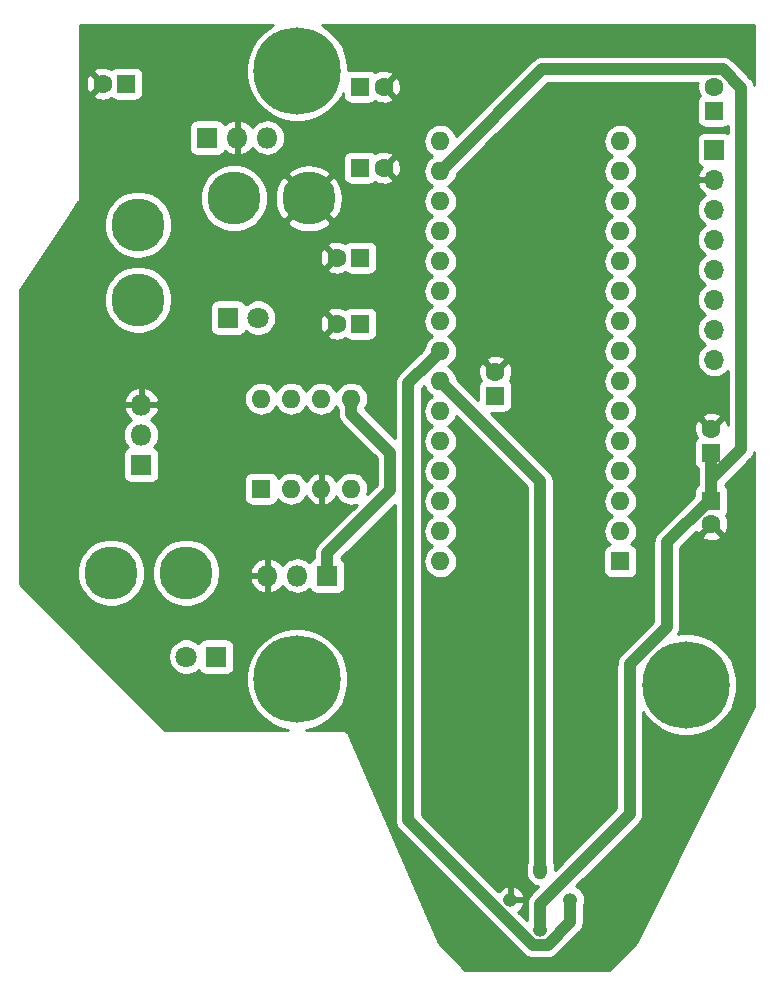
<source format=gbr>
G04 #@! TF.GenerationSoftware,KiCad,Pcbnew,(5.1.2)-1*
G04 #@! TF.CreationDate,2019-08-23T10:18:32-04:00*
G04 #@! TF.ProjectId,VAP_thermal_control,5641505f-7468-4657-926d-616c5f636f6e,rev?*
G04 #@! TF.SameCoordinates,Original*
G04 #@! TF.FileFunction,Copper,L2,Bot*
G04 #@! TF.FilePolarity,Positive*
%FSLAX46Y46*%
G04 Gerber Fmt 4.6, Leading zero omitted, Abs format (unit mm)*
G04 Created by KiCad (PCBNEW (5.1.2)-1) date 2019-08-23 10:18:32*
%MOMM*%
%LPD*%
G04 APERTURE LIST*
%ADD10C,7.400000*%
%ADD11O,1.200000X1.200000*%
%ADD12O,1.200000X1.600000*%
%ADD13C,4.500880*%
%ADD14C,1.600000*%
%ADD15R,1.600000X1.600000*%
%ADD16C,1.800000*%
%ADD17R,1.800000X1.800000*%
%ADD18O,1.700000X1.700000*%
%ADD19R,1.700000X1.700000*%
%ADD20O,1.600000X1.600000*%
%ADD21O,1.800000X1.800000*%
%ADD22C,0.800000*%
%ADD23C,1.000000*%
%ADD24C,0.254000*%
G04 APERTURE END LIST*
D10*
X72390000Y-124612400D03*
X72390000Y-73075800D03*
X105333800Y-125044200D03*
D11*
X90424000Y-143256000D03*
X92964000Y-145796000D03*
X95504000Y-143256000D03*
D12*
X92964000Y-140716000D03*
D13*
X67030600Y-83870800D03*
X73380600Y-83870800D03*
D14*
X55912000Y-74168000D03*
D15*
X57912000Y-74168000D03*
D14*
X79724000Y-74422000D03*
D15*
X77724000Y-74422000D03*
X77724000Y-81280000D03*
D14*
X79724000Y-81280000D03*
X107696000Y-74454000D03*
D15*
X107696000Y-76454000D03*
X77724000Y-94488000D03*
D14*
X75724000Y-94488000D03*
D15*
X107442000Y-105410000D03*
D14*
X107442000Y-103410000D03*
X107442000Y-111474000D03*
D15*
X107442000Y-109474000D03*
X77724000Y-88900000D03*
D14*
X75724000Y-88900000D03*
X89154000Y-98584000D03*
D15*
X89154000Y-100584000D03*
D16*
X69088000Y-93980000D03*
D17*
X66548000Y-93980000D03*
X65532000Y-122682000D03*
D16*
X62992000Y-122682000D03*
D13*
X58928000Y-92456000D03*
X58928000Y-86106000D03*
X56642000Y-115570000D03*
X62992000Y-115570000D03*
D18*
X107696000Y-97536000D03*
X107696000Y-94996000D03*
X107696000Y-92456000D03*
X107696000Y-89916000D03*
X107696000Y-87376000D03*
X107696000Y-84836000D03*
X107696000Y-82296000D03*
D19*
X107696000Y-79756000D03*
D20*
X69342000Y-100838000D03*
X76962000Y-108458000D03*
X71882000Y-100838000D03*
X74422000Y-108458000D03*
X74422000Y-100838000D03*
X71882000Y-108458000D03*
X76962000Y-100838000D03*
D15*
X69342000Y-108458000D03*
D20*
X84510880Y-79044800D03*
X99750880Y-79044800D03*
X84510880Y-114604800D03*
X99750880Y-81584800D03*
X84510880Y-112064800D03*
X99750880Y-84124800D03*
X84510880Y-109524800D03*
X99750880Y-86664800D03*
X84510880Y-106984800D03*
X99750880Y-89204800D03*
X84510880Y-104444800D03*
X99750880Y-91744800D03*
X84510880Y-101904800D03*
X99750880Y-94284800D03*
X84510880Y-99364800D03*
X99750880Y-96824800D03*
X84510880Y-96824800D03*
X99750880Y-99364800D03*
X84510880Y-94284800D03*
X99750880Y-101904800D03*
X84510880Y-91744800D03*
X99750880Y-104444800D03*
X84510880Y-89204800D03*
X99750880Y-106984800D03*
X84510880Y-86664800D03*
X99750880Y-109524800D03*
X84510880Y-84124800D03*
X99750880Y-112064800D03*
X84510880Y-81584800D03*
D15*
X99750880Y-114604800D03*
D21*
X59182000Y-101346000D03*
X59182000Y-103886000D03*
D17*
X59182000Y-106426000D03*
D21*
X69850000Y-115824000D03*
X72390000Y-115824000D03*
D17*
X74930000Y-115824000D03*
X64770000Y-78740000D03*
D21*
X67310000Y-78740000D03*
X69850000Y-78740000D03*
D22*
X72390000Y-105410000D03*
X73660000Y-105410000D03*
X73660000Y-104140000D03*
X62230000Y-90170000D03*
X63500000Y-90170000D03*
X64770000Y-90170000D03*
X64770000Y-91440000D03*
X86360000Y-91440000D03*
X86360000Y-90170000D03*
X97790000Y-99060000D03*
X97790000Y-100330000D03*
X103060500Y-83629500D03*
X103060500Y-86169500D03*
X101790500Y-84899500D03*
X104394000Y-84963000D03*
X97790000Y-123190000D03*
X97790000Y-124460000D03*
X97790000Y-125730000D03*
X97790000Y-127000000D03*
X97790000Y-128270000D03*
X97790000Y-129540000D03*
X96520000Y-129540000D03*
X96520000Y-128270000D03*
X96520000Y-127000000D03*
X96520000Y-125730000D03*
X96520000Y-124460000D03*
X96520000Y-123190000D03*
X96520000Y-121920000D03*
X96520000Y-120650000D03*
X97790000Y-120650000D03*
X97790000Y-123190000D03*
X97790000Y-121920000D03*
X99060000Y-120650000D03*
X99060000Y-123190000D03*
X99060000Y-125730000D03*
X99060000Y-128270000D03*
X99060000Y-130810000D03*
X97790000Y-130810000D03*
X96520000Y-130810000D03*
X96520000Y-132080000D03*
X97790000Y-132080000D03*
X87630000Y-120650000D03*
X86360000Y-120650000D03*
X85090000Y-120650000D03*
X86360000Y-121920000D03*
X87630000Y-121920000D03*
X86360000Y-123190000D03*
X87630000Y-123190000D03*
X85090000Y-123190000D03*
X87630000Y-124460000D03*
X86360000Y-124460000D03*
X87630000Y-125730000D03*
X86360000Y-125730000D03*
X85090000Y-125730000D03*
X87630000Y-127000000D03*
X86360000Y-127000000D03*
X87630000Y-128270000D03*
X86360000Y-128270000D03*
X85090000Y-128270000D03*
X86360000Y-129540000D03*
X87630000Y-129540000D03*
X87630000Y-130810000D03*
X86360000Y-130810000D03*
X85090000Y-130810000D03*
X86360000Y-132080000D03*
X87630000Y-132080000D03*
X78740000Y-119380000D03*
X77470000Y-119380000D03*
X77470000Y-120650000D03*
X78740000Y-120650000D03*
X78740000Y-121920000D03*
X77470000Y-121920000D03*
X77470000Y-123190000D03*
X78740000Y-123190000D03*
X78740000Y-124460000D03*
X77470000Y-124460000D03*
X77470000Y-125730000D03*
X78740000Y-125730000D03*
X78740000Y-127000000D03*
X77470000Y-127000000D03*
X78740000Y-128270000D03*
X78740000Y-118110000D03*
X78740000Y-116840000D03*
X78740000Y-115570000D03*
X78740000Y-114300000D03*
X72390000Y-88900000D03*
X72390000Y-90170000D03*
X72390000Y-91440000D03*
X72390000Y-92710000D03*
X72390000Y-93980000D03*
X72390000Y-95250000D03*
X72390000Y-96520000D03*
X72390000Y-97790000D03*
X71120000Y-97790000D03*
X69850000Y-97790000D03*
X68580000Y-97790000D03*
X67310000Y-97790000D03*
X66040000Y-97790000D03*
X64770000Y-97790000D03*
X81280000Y-96520000D03*
X81280000Y-95250000D03*
X81280000Y-93980000D03*
X81280000Y-92710000D03*
X81280000Y-91440000D03*
X81280000Y-90170000D03*
X81280000Y-88900000D03*
X81280000Y-87630000D03*
X81280000Y-85090000D03*
X81280000Y-86360000D03*
X88900000Y-80010000D03*
X90170000Y-80010000D03*
X91440000Y-80010000D03*
X92710000Y-80010000D03*
X93980000Y-80010000D03*
X95250000Y-80010000D03*
X95250000Y-81280000D03*
X93980000Y-81280000D03*
X92710000Y-81280000D03*
X91440000Y-81280000D03*
X90170000Y-81280000D03*
X88900000Y-81280000D03*
X88900000Y-82550000D03*
X90170000Y-82550000D03*
X91440000Y-82550000D03*
X92710000Y-82550000D03*
X93980000Y-82550000D03*
X95250000Y-82550000D03*
X64770000Y-99060000D03*
X64770000Y-100330000D03*
X64770000Y-101600000D03*
X64770000Y-102870000D03*
X64770000Y-104140000D03*
X64770000Y-107950000D03*
X64770000Y-109220000D03*
X64770000Y-110490000D03*
X66040000Y-111760000D03*
X67310000Y-111760000D03*
X64770000Y-111760000D03*
X68580000Y-111760000D03*
X69850000Y-111760000D03*
X71120000Y-111760000D03*
X72390000Y-111760000D03*
X74930000Y-111760000D03*
X73660000Y-111760000D03*
X88900000Y-120650000D03*
X88900000Y-121920000D03*
X88900000Y-123190000D03*
X88900000Y-124460000D03*
X88900000Y-125730000D03*
X88900000Y-127000000D03*
X88900000Y-128270000D03*
X88900000Y-129540000D03*
X88900000Y-130810000D03*
X88900000Y-132080000D03*
X104140000Y-77470000D03*
X102870000Y-77470000D03*
X104140000Y-78740000D03*
X105410000Y-78740000D03*
X102870000Y-78740000D03*
X102870000Y-76200000D03*
X85090000Y-121920000D03*
X85090000Y-132080000D03*
X99060000Y-127000000D03*
X85090000Y-129540000D03*
X85090000Y-124460000D03*
X85090000Y-127000000D03*
X99060000Y-132080000D03*
X99060000Y-129540000D03*
X99060000Y-124460000D03*
X99060000Y-121920000D03*
D23*
X107442000Y-105410000D02*
X107442000Y-109474000D01*
X107442000Y-107674000D02*
X109982000Y-105134000D01*
X107442000Y-109474000D02*
X107442000Y-107674000D01*
X85310879Y-80784801D02*
X84510880Y-81584800D01*
X93141681Y-72953999D02*
X85310879Y-80784801D01*
X108416001Y-72953999D02*
X93141681Y-72953999D01*
X109982000Y-74519998D02*
X108416001Y-72953999D01*
X109982000Y-105134000D02*
X109982000Y-74519998D01*
X100558600Y-135991600D02*
X100558600Y-132816600D01*
X92964000Y-143586200D02*
X100558600Y-135991600D01*
X92964000Y-145796000D02*
X92964000Y-143586200D01*
X100558600Y-123494800D02*
X100558600Y-132816600D01*
X100558600Y-132816600D02*
X100558600Y-133292802D01*
X107221998Y-109474000D02*
X107442000Y-109474000D01*
X103681399Y-113014599D02*
X107221998Y-109474000D01*
X100609400Y-123266200D02*
X103681399Y-120194201D01*
X103681399Y-120194201D02*
X103681399Y-113014599D01*
X92339999Y-147096001D02*
X81788000Y-136544002D01*
X93588001Y-147096001D02*
X92339999Y-147096001D01*
X95504000Y-143256000D02*
X95504000Y-145180002D01*
X95504000Y-145180002D02*
X93588001Y-147096001D01*
X83710881Y-97624799D02*
X84510880Y-96824800D01*
X81788000Y-99547680D02*
X83710881Y-97624799D01*
X81788000Y-136544002D02*
X81788000Y-99547680D01*
X92964000Y-107817920D02*
X84510880Y-99364800D01*
X92964000Y-140716000D02*
X92964000Y-107817920D01*
X74930000Y-113924000D02*
X74930000Y-115824000D01*
X80264000Y-108590000D02*
X74930000Y-113924000D01*
X80264000Y-105410000D02*
X80264000Y-108590000D01*
X76962000Y-102108000D02*
X80264000Y-105410000D01*
X76962000Y-100838000D02*
X76962000Y-102108000D01*
D24*
G36*
X69626599Y-69708586D02*
G01*
X69022786Y-70312399D01*
X68548373Y-71022408D01*
X68221592Y-71811327D01*
X68055000Y-72648840D01*
X68055000Y-73502760D01*
X68221592Y-74340273D01*
X68548373Y-75129192D01*
X69022786Y-75839201D01*
X69626599Y-76443014D01*
X70336608Y-76917427D01*
X71125527Y-77244208D01*
X71963040Y-77410800D01*
X72816960Y-77410800D01*
X73654473Y-77244208D01*
X74443392Y-76917427D01*
X75153401Y-76443014D01*
X75757214Y-75839201D01*
X76231627Y-75129192D01*
X76285928Y-74998098D01*
X76285928Y-75222000D01*
X76298188Y-75346482D01*
X76334498Y-75466180D01*
X76393463Y-75576494D01*
X76472815Y-75673185D01*
X76569506Y-75752537D01*
X76679820Y-75811502D01*
X76799518Y-75847812D01*
X76924000Y-75860072D01*
X78524000Y-75860072D01*
X78648482Y-75847812D01*
X78768180Y-75811502D01*
X78878494Y-75752537D01*
X78975185Y-75673185D01*
X78985807Y-75660242D01*
X79237996Y-75779571D01*
X79512184Y-75848300D01*
X79794512Y-75862217D01*
X80074130Y-75820787D01*
X80340292Y-75725603D01*
X80465514Y-75658671D01*
X80537097Y-75414702D01*
X79724000Y-74601605D01*
X79709858Y-74615748D01*
X79530253Y-74436143D01*
X79544395Y-74422000D01*
X79903605Y-74422000D01*
X80716702Y-75235097D01*
X80960671Y-75163514D01*
X81081571Y-74908004D01*
X81150300Y-74633816D01*
X81164217Y-74351488D01*
X81122787Y-74071870D01*
X81027603Y-73805708D01*
X80960671Y-73680486D01*
X80716702Y-73608903D01*
X79903605Y-74422000D01*
X79544395Y-74422000D01*
X79530253Y-74407858D01*
X79709858Y-74228253D01*
X79724000Y-74242395D01*
X80537097Y-73429298D01*
X80465514Y-73185329D01*
X80210004Y-73064429D01*
X79935816Y-72995700D01*
X79653488Y-72981783D01*
X79373870Y-73023213D01*
X79107708Y-73118397D01*
X78985691Y-73183616D01*
X78975185Y-73170815D01*
X78878494Y-73091463D01*
X78768180Y-73032498D01*
X78648482Y-72996188D01*
X78524000Y-72983928D01*
X76924000Y-72983928D01*
X76799518Y-72996188D01*
X76725000Y-73018793D01*
X76725000Y-72648840D01*
X76558408Y-71811327D01*
X76231627Y-71022408D01*
X75757214Y-70312399D01*
X75153401Y-69708586D01*
X74452113Y-69240000D01*
X111100000Y-69240000D01*
X111100000Y-74295597D01*
X111035676Y-74083551D01*
X111029432Y-74071870D01*
X110930284Y-73886375D01*
X110788449Y-73713549D01*
X110745140Y-73678007D01*
X109257997Y-72190864D01*
X109222450Y-72147550D01*
X109049624Y-72005715D01*
X108852448Y-71900323D01*
X108638500Y-71835422D01*
X108471753Y-71818999D01*
X108471752Y-71818999D01*
X108416001Y-71813508D01*
X108360250Y-71818999D01*
X93197422Y-71818999D01*
X93141680Y-71813509D01*
X93085938Y-71818999D01*
X93085929Y-71818999D01*
X92919182Y-71835422D01*
X92705234Y-71900323D01*
X92508058Y-72005715D01*
X92335232Y-72147550D01*
X92299690Y-72190858D01*
X85879019Y-78611529D01*
X85843062Y-78492992D01*
X85709812Y-78243699D01*
X85530488Y-78025192D01*
X85311981Y-77845868D01*
X85062688Y-77712618D01*
X84792189Y-77630564D01*
X84581372Y-77609800D01*
X84440388Y-77609800D01*
X84229571Y-77630564D01*
X83959072Y-77712618D01*
X83709779Y-77845868D01*
X83491272Y-78025192D01*
X83311948Y-78243699D01*
X83178698Y-78492992D01*
X83096644Y-78763491D01*
X83068937Y-79044800D01*
X83096644Y-79326109D01*
X83178698Y-79596608D01*
X83311948Y-79845901D01*
X83491272Y-80064408D01*
X83709779Y-80243732D01*
X83842738Y-80314800D01*
X83709779Y-80385868D01*
X83491272Y-80565192D01*
X83311948Y-80783699D01*
X83178698Y-81032992D01*
X83096644Y-81303491D01*
X83068937Y-81584800D01*
X83096644Y-81866109D01*
X83178698Y-82136608D01*
X83311948Y-82385901D01*
X83491272Y-82604408D01*
X83709779Y-82783732D01*
X83842738Y-82854800D01*
X83709779Y-82925868D01*
X83491272Y-83105192D01*
X83311948Y-83323699D01*
X83178698Y-83572992D01*
X83096644Y-83843491D01*
X83068937Y-84124800D01*
X83096644Y-84406109D01*
X83178698Y-84676608D01*
X83311948Y-84925901D01*
X83491272Y-85144408D01*
X83709779Y-85323732D01*
X83842738Y-85394800D01*
X83709779Y-85465868D01*
X83491272Y-85645192D01*
X83311948Y-85863699D01*
X83178698Y-86112992D01*
X83096644Y-86383491D01*
X83068937Y-86664800D01*
X83096644Y-86946109D01*
X83178698Y-87216608D01*
X83311948Y-87465901D01*
X83491272Y-87684408D01*
X83709779Y-87863732D01*
X83842738Y-87934800D01*
X83709779Y-88005868D01*
X83491272Y-88185192D01*
X83311948Y-88403699D01*
X83178698Y-88652992D01*
X83096644Y-88923491D01*
X83068937Y-89204800D01*
X83096644Y-89486109D01*
X83178698Y-89756608D01*
X83311948Y-90005901D01*
X83491272Y-90224408D01*
X83709779Y-90403732D01*
X83842738Y-90474800D01*
X83709779Y-90545868D01*
X83491272Y-90725192D01*
X83311948Y-90943699D01*
X83178698Y-91192992D01*
X83096644Y-91463491D01*
X83068937Y-91744800D01*
X83096644Y-92026109D01*
X83178698Y-92296608D01*
X83311948Y-92545901D01*
X83491272Y-92764408D01*
X83709779Y-92943732D01*
X83842738Y-93014800D01*
X83709779Y-93085868D01*
X83491272Y-93265192D01*
X83311948Y-93483699D01*
X83178698Y-93732992D01*
X83096644Y-94003491D01*
X83068937Y-94284800D01*
X83096644Y-94566109D01*
X83178698Y-94836608D01*
X83311948Y-95085901D01*
X83491272Y-95304408D01*
X83709779Y-95483732D01*
X83842738Y-95554800D01*
X83709779Y-95625868D01*
X83491272Y-95805192D01*
X83311948Y-96023699D01*
X83178698Y-96272992D01*
X83096644Y-96543491D01*
X83086766Y-96643783D01*
X82947742Y-96782807D01*
X82947737Y-96782811D01*
X81024860Y-98705689D01*
X80981552Y-98741231D01*
X80839717Y-98914057D01*
X80828988Y-98934130D01*
X80734324Y-99111234D01*
X80669423Y-99325182D01*
X80647509Y-99547680D01*
X80653001Y-99603442D01*
X80653001Y-104193869D01*
X78132670Y-101673539D01*
X78160932Y-101639101D01*
X78294182Y-101389808D01*
X78376236Y-101119309D01*
X78403943Y-100838000D01*
X78376236Y-100556691D01*
X78294182Y-100286192D01*
X78160932Y-100036899D01*
X77981608Y-99818392D01*
X77763101Y-99639068D01*
X77513808Y-99505818D01*
X77243309Y-99423764D01*
X77032492Y-99403000D01*
X76891508Y-99403000D01*
X76680691Y-99423764D01*
X76410192Y-99505818D01*
X76160899Y-99639068D01*
X75942392Y-99818392D01*
X75763068Y-100036899D01*
X75692000Y-100169858D01*
X75620932Y-100036899D01*
X75441608Y-99818392D01*
X75223101Y-99639068D01*
X74973808Y-99505818D01*
X74703309Y-99423764D01*
X74492492Y-99403000D01*
X74351508Y-99403000D01*
X74140691Y-99423764D01*
X73870192Y-99505818D01*
X73620899Y-99639068D01*
X73402392Y-99818392D01*
X73223068Y-100036899D01*
X73152000Y-100169858D01*
X73080932Y-100036899D01*
X72901608Y-99818392D01*
X72683101Y-99639068D01*
X72433808Y-99505818D01*
X72163309Y-99423764D01*
X71952492Y-99403000D01*
X71811508Y-99403000D01*
X71600691Y-99423764D01*
X71330192Y-99505818D01*
X71080899Y-99639068D01*
X70862392Y-99818392D01*
X70683068Y-100036899D01*
X70612000Y-100169858D01*
X70540932Y-100036899D01*
X70361608Y-99818392D01*
X70143101Y-99639068D01*
X69893808Y-99505818D01*
X69623309Y-99423764D01*
X69412492Y-99403000D01*
X69271508Y-99403000D01*
X69060691Y-99423764D01*
X68790192Y-99505818D01*
X68540899Y-99639068D01*
X68322392Y-99818392D01*
X68143068Y-100036899D01*
X68009818Y-100286192D01*
X67927764Y-100556691D01*
X67900057Y-100838000D01*
X67927764Y-101119309D01*
X68009818Y-101389808D01*
X68143068Y-101639101D01*
X68322392Y-101857608D01*
X68540899Y-102036932D01*
X68790192Y-102170182D01*
X69060691Y-102252236D01*
X69271508Y-102273000D01*
X69412492Y-102273000D01*
X69623309Y-102252236D01*
X69893808Y-102170182D01*
X70143101Y-102036932D01*
X70361608Y-101857608D01*
X70540932Y-101639101D01*
X70612000Y-101506142D01*
X70683068Y-101639101D01*
X70862392Y-101857608D01*
X71080899Y-102036932D01*
X71330192Y-102170182D01*
X71600691Y-102252236D01*
X71811508Y-102273000D01*
X71952492Y-102273000D01*
X72163309Y-102252236D01*
X72433808Y-102170182D01*
X72683101Y-102036932D01*
X72901608Y-101857608D01*
X73080932Y-101639101D01*
X73152000Y-101506142D01*
X73223068Y-101639101D01*
X73402392Y-101857608D01*
X73620899Y-102036932D01*
X73870192Y-102170182D01*
X74140691Y-102252236D01*
X74351508Y-102273000D01*
X74492492Y-102273000D01*
X74703309Y-102252236D01*
X74973808Y-102170182D01*
X75223101Y-102036932D01*
X75441608Y-101857608D01*
X75620932Y-101639101D01*
X75692000Y-101506142D01*
X75763068Y-101639101D01*
X75827000Y-101717002D01*
X75827000Y-102052249D01*
X75821509Y-102108000D01*
X75827000Y-102163751D01*
X75827000Y-102163752D01*
X75843423Y-102330499D01*
X75908324Y-102544447D01*
X76013717Y-102741623D01*
X76155552Y-102914449D01*
X76198860Y-102949991D01*
X79129000Y-105880132D01*
X79129001Y-108119867D01*
X78318183Y-108930685D01*
X78376236Y-108739309D01*
X78403943Y-108458000D01*
X78376236Y-108176691D01*
X78294182Y-107906192D01*
X78160932Y-107656899D01*
X77981608Y-107438392D01*
X77763101Y-107259068D01*
X77513808Y-107125818D01*
X77243309Y-107043764D01*
X77032492Y-107023000D01*
X76891508Y-107023000D01*
X76680691Y-107043764D01*
X76410192Y-107125818D01*
X76160899Y-107259068D01*
X75942392Y-107438392D01*
X75763068Y-107656899D01*
X75689421Y-107794682D01*
X75574385Y-107602869D01*
X75385414Y-107394481D01*
X75159420Y-107226963D01*
X74905087Y-107106754D01*
X74771039Y-107066096D01*
X74549000Y-107188085D01*
X74549000Y-108331000D01*
X74569000Y-108331000D01*
X74569000Y-108585000D01*
X74549000Y-108585000D01*
X74549000Y-109727915D01*
X74771039Y-109849904D01*
X74905087Y-109809246D01*
X75159420Y-109689037D01*
X75385414Y-109521519D01*
X75574385Y-109313131D01*
X75689421Y-109121318D01*
X75763068Y-109259101D01*
X75942392Y-109477608D01*
X76160899Y-109656932D01*
X76410192Y-109790182D01*
X76680691Y-109872236D01*
X76891508Y-109893000D01*
X77032492Y-109893000D01*
X77243309Y-109872236D01*
X77434685Y-109814183D01*
X74166865Y-113082004D01*
X74123551Y-113117551D01*
X73981716Y-113290377D01*
X73880877Y-113479036D01*
X73876324Y-113487554D01*
X73811423Y-113701502D01*
X73789509Y-113924000D01*
X73795000Y-113979752D01*
X73795000Y-114331713D01*
X73785820Y-114334498D01*
X73675506Y-114393463D01*
X73578815Y-114472815D01*
X73499463Y-114569506D01*
X73440498Y-114679820D01*
X73435505Y-114696280D01*
X73246927Y-114541519D01*
X72980261Y-114398983D01*
X72690913Y-114311210D01*
X72465408Y-114289000D01*
X72314592Y-114289000D01*
X72089087Y-114311210D01*
X71799739Y-114398983D01*
X71533073Y-114541519D01*
X71299339Y-114733339D01*
X71112386Y-114961142D01*
X70981649Y-114786884D01*
X70757573Y-114586038D01*
X70498620Y-114432766D01*
X70214741Y-114332959D01*
X69977000Y-114453008D01*
X69977000Y-115697000D01*
X69997000Y-115697000D01*
X69997000Y-115951000D01*
X69977000Y-115951000D01*
X69977000Y-117194992D01*
X70214741Y-117315041D01*
X70498620Y-117215234D01*
X70757573Y-117061962D01*
X70981649Y-116861116D01*
X71112386Y-116686858D01*
X71299339Y-116914661D01*
X71533073Y-117106481D01*
X71799739Y-117249017D01*
X72089087Y-117336790D01*
X72314592Y-117359000D01*
X72465408Y-117359000D01*
X72690913Y-117336790D01*
X72980261Y-117249017D01*
X73246927Y-117106481D01*
X73435505Y-116951720D01*
X73440498Y-116968180D01*
X73499463Y-117078494D01*
X73578815Y-117175185D01*
X73675506Y-117254537D01*
X73785820Y-117313502D01*
X73905518Y-117349812D01*
X74030000Y-117362072D01*
X75830000Y-117362072D01*
X75954482Y-117349812D01*
X76074180Y-117313502D01*
X76184494Y-117254537D01*
X76281185Y-117175185D01*
X76360537Y-117078494D01*
X76419502Y-116968180D01*
X76455812Y-116848482D01*
X76468072Y-116724000D01*
X76468072Y-114924000D01*
X76455812Y-114799518D01*
X76419502Y-114679820D01*
X76360537Y-114569506D01*
X76281185Y-114472815D01*
X76184494Y-114393463D01*
X76107059Y-114352072D01*
X80653001Y-109806131D01*
X80653000Y-136488251D01*
X80647509Y-136544002D01*
X80653000Y-136599753D01*
X80669423Y-136766500D01*
X80734324Y-136980448D01*
X80839716Y-137177625D01*
X80981551Y-137350451D01*
X81024865Y-137385998D01*
X91498008Y-147859142D01*
X91533550Y-147902450D01*
X91706376Y-148044285D01*
X91903552Y-148149677D01*
X92117500Y-148214578D01*
X92339998Y-148236492D01*
X92395750Y-148231001D01*
X93532250Y-148231001D01*
X93588001Y-148236492D01*
X93643752Y-148231001D01*
X93643753Y-148231001D01*
X93810500Y-148214578D01*
X94024448Y-148149677D01*
X94221624Y-148044285D01*
X94394450Y-147902450D01*
X94429997Y-147859136D01*
X96267141Y-146021993D01*
X96310449Y-145986451D01*
X96452284Y-145813625D01*
X96557676Y-145616449D01*
X96622577Y-145402501D01*
X96639000Y-145235754D01*
X96644491Y-145180002D01*
X96639000Y-145124250D01*
X96639000Y-143752437D01*
X96650511Y-143730901D01*
X96721130Y-143498102D01*
X96744975Y-143256000D01*
X96721130Y-143013898D01*
X96650511Y-142781099D01*
X96535833Y-142566551D01*
X96381502Y-142378498D01*
X96193449Y-142224167D01*
X96022525Y-142132806D01*
X101321741Y-136833591D01*
X101365049Y-136798049D01*
X101506884Y-136625223D01*
X101612276Y-136428047D01*
X101677177Y-136214099D01*
X101693600Y-136047352D01*
X101693600Y-136047343D01*
X101699090Y-135991601D01*
X101693600Y-135935859D01*
X101693600Y-127399049D01*
X101966586Y-127807601D01*
X102570399Y-128411414D01*
X103280408Y-128885827D01*
X104069327Y-129212608D01*
X104906840Y-129379200D01*
X105760760Y-129379200D01*
X106598273Y-129212608D01*
X107387192Y-128885827D01*
X108097201Y-128411414D01*
X108701014Y-127807601D01*
X109175427Y-127097592D01*
X109502208Y-126308673D01*
X109668800Y-125471160D01*
X109668800Y-124617240D01*
X109502208Y-123779727D01*
X109175427Y-122990808D01*
X108701014Y-122280799D01*
X108097201Y-121676986D01*
X107387192Y-121202573D01*
X106598273Y-120875792D01*
X105760760Y-120709200D01*
X104906840Y-120709200D01*
X104667659Y-120756776D01*
X104735075Y-120630648D01*
X104799976Y-120416700D01*
X104816399Y-120249953D01*
X104816399Y-120249952D01*
X104821890Y-120194201D01*
X104816399Y-120138449D01*
X104816399Y-113484730D01*
X105834427Y-112466702D01*
X106628903Y-112466702D01*
X106700486Y-112710671D01*
X106955996Y-112831571D01*
X107230184Y-112900300D01*
X107512512Y-112914217D01*
X107792130Y-112872787D01*
X108058292Y-112777603D01*
X108183514Y-112710671D01*
X108255097Y-112466702D01*
X107442000Y-111653605D01*
X106628903Y-112466702D01*
X105834427Y-112466702D01*
X106163630Y-112137500D01*
X106205329Y-112215514D01*
X106449298Y-112287097D01*
X107262395Y-111474000D01*
X107248253Y-111459858D01*
X107427858Y-111280253D01*
X107442000Y-111294395D01*
X107456143Y-111280253D01*
X107635748Y-111459858D01*
X107621605Y-111474000D01*
X108434702Y-112287097D01*
X108678671Y-112215514D01*
X108799571Y-111960004D01*
X108868300Y-111685816D01*
X108882217Y-111403488D01*
X108840787Y-111123870D01*
X108745603Y-110857708D01*
X108680384Y-110735691D01*
X108693185Y-110725185D01*
X108772537Y-110628494D01*
X108831502Y-110518180D01*
X108867812Y-110398482D01*
X108880072Y-110274000D01*
X108880072Y-108674000D01*
X108867812Y-108549518D01*
X108831502Y-108429820D01*
X108772537Y-108319506D01*
X108693185Y-108222815D01*
X108596494Y-108143463D01*
X108584226Y-108136905D01*
X110745141Y-105975991D01*
X110788449Y-105940449D01*
X110930284Y-105767623D01*
X111035676Y-105570447D01*
X111100001Y-105358399D01*
X111100001Y-126844193D01*
X101057577Y-146929042D01*
X98786620Y-149200000D01*
X86633381Y-149200000D01*
X84376567Y-146943187D01*
X76820996Y-129313521D01*
X76812710Y-129286207D01*
X76795453Y-129253921D01*
X76793865Y-129250216D01*
X76780183Y-129225353D01*
X76751425Y-129171550D01*
X76748847Y-129168409D01*
X76746891Y-129164854D01*
X76707666Y-129118230D01*
X76668948Y-129071052D01*
X76665806Y-129068473D01*
X76663195Y-129065370D01*
X76615659Y-129027319D01*
X76568450Y-128988575D01*
X76564863Y-128986658D01*
X76561699Y-128984125D01*
X76507659Y-128956082D01*
X76453793Y-128927290D01*
X76449902Y-128926110D01*
X76446303Y-128924242D01*
X76387795Y-128907269D01*
X76329383Y-128889550D01*
X76325340Y-128889152D01*
X76321442Y-128888021D01*
X76260717Y-128882787D01*
X76232419Y-128880000D01*
X76228381Y-128880000D01*
X76191915Y-128876857D01*
X76163552Y-128880000D01*
X73155802Y-128880000D01*
X73654473Y-128780808D01*
X74443392Y-128454027D01*
X75153401Y-127979614D01*
X75757214Y-127375801D01*
X76231627Y-126665792D01*
X76558408Y-125876873D01*
X76725000Y-125039360D01*
X76725000Y-124185440D01*
X76558408Y-123347927D01*
X76231627Y-122559008D01*
X75757214Y-121848999D01*
X75153401Y-121245186D01*
X74443392Y-120770773D01*
X73654473Y-120443992D01*
X72816960Y-120277400D01*
X71963040Y-120277400D01*
X71125527Y-120443992D01*
X70336608Y-120770773D01*
X69626599Y-121245186D01*
X69022786Y-121848999D01*
X68548373Y-122559008D01*
X68221592Y-123347927D01*
X68055000Y-124185440D01*
X68055000Y-125039360D01*
X68221592Y-125876873D01*
X68548373Y-126665792D01*
X69022786Y-127375801D01*
X69626599Y-127979614D01*
X70336608Y-128454027D01*
X71125527Y-128780808D01*
X71624198Y-128880000D01*
X61233380Y-128880000D01*
X54884196Y-122530816D01*
X61457000Y-122530816D01*
X61457000Y-122833184D01*
X61515989Y-123129743D01*
X61631701Y-123409095D01*
X61799688Y-123660505D01*
X62013495Y-123874312D01*
X62264905Y-124042299D01*
X62544257Y-124158011D01*
X62840816Y-124217000D01*
X63143184Y-124217000D01*
X63439743Y-124158011D01*
X63719095Y-124042299D01*
X63970505Y-123874312D01*
X64036944Y-123807873D01*
X64042498Y-123826180D01*
X64101463Y-123936494D01*
X64180815Y-124033185D01*
X64277506Y-124112537D01*
X64387820Y-124171502D01*
X64507518Y-124207812D01*
X64632000Y-124220072D01*
X66432000Y-124220072D01*
X66556482Y-124207812D01*
X66676180Y-124171502D01*
X66786494Y-124112537D01*
X66883185Y-124033185D01*
X66962537Y-123936494D01*
X67021502Y-123826180D01*
X67057812Y-123706482D01*
X67070072Y-123582000D01*
X67070072Y-121782000D01*
X67057812Y-121657518D01*
X67021502Y-121537820D01*
X66962537Y-121427506D01*
X66883185Y-121330815D01*
X66786494Y-121251463D01*
X66676180Y-121192498D01*
X66556482Y-121156188D01*
X66432000Y-121143928D01*
X64632000Y-121143928D01*
X64507518Y-121156188D01*
X64387820Y-121192498D01*
X64277506Y-121251463D01*
X64180815Y-121330815D01*
X64101463Y-121427506D01*
X64042498Y-121537820D01*
X64036944Y-121556127D01*
X63970505Y-121489688D01*
X63719095Y-121321701D01*
X63439743Y-121205989D01*
X63143184Y-121147000D01*
X62840816Y-121147000D01*
X62544257Y-121205989D01*
X62264905Y-121321701D01*
X62013495Y-121489688D01*
X61799688Y-121703495D01*
X61631701Y-121954905D01*
X61515989Y-122234257D01*
X61457000Y-122530816D01*
X54884196Y-122530816D01*
X48920000Y-116566620D01*
X48920000Y-115285809D01*
X53756560Y-115285809D01*
X53756560Y-115854191D01*
X53867446Y-116411652D01*
X54084957Y-116936768D01*
X54400733Y-117409361D01*
X54802639Y-117811267D01*
X55275232Y-118127043D01*
X55800348Y-118344554D01*
X56357809Y-118455440D01*
X56926191Y-118455440D01*
X57483652Y-118344554D01*
X58008768Y-118127043D01*
X58481361Y-117811267D01*
X58883267Y-117409361D01*
X59199043Y-116936768D01*
X59416554Y-116411652D01*
X59527440Y-115854191D01*
X59527440Y-115285809D01*
X60106560Y-115285809D01*
X60106560Y-115854191D01*
X60217446Y-116411652D01*
X60434957Y-116936768D01*
X60750733Y-117409361D01*
X61152639Y-117811267D01*
X61625232Y-118127043D01*
X62150348Y-118344554D01*
X62707809Y-118455440D01*
X63276191Y-118455440D01*
X63833652Y-118344554D01*
X64358768Y-118127043D01*
X64831361Y-117811267D01*
X65233267Y-117409361D01*
X65549043Y-116936768D01*
X65766554Y-116411652D01*
X65810893Y-116188740D01*
X68358964Y-116188740D01*
X68407606Y-116349107D01*
X68537764Y-116620414D01*
X68718351Y-116861116D01*
X68942427Y-117061962D01*
X69201380Y-117215234D01*
X69485259Y-117315041D01*
X69723000Y-117194992D01*
X69723000Y-115951000D01*
X68479622Y-115951000D01*
X68358964Y-116188740D01*
X65810893Y-116188740D01*
X65877440Y-115854191D01*
X65877440Y-115459260D01*
X68358964Y-115459260D01*
X68479622Y-115697000D01*
X69723000Y-115697000D01*
X69723000Y-114453008D01*
X69485259Y-114332959D01*
X69201380Y-114432766D01*
X68942427Y-114586038D01*
X68718351Y-114786884D01*
X68537764Y-115027586D01*
X68407606Y-115298893D01*
X68358964Y-115459260D01*
X65877440Y-115459260D01*
X65877440Y-115285809D01*
X65766554Y-114728348D01*
X65549043Y-114203232D01*
X65233267Y-113730639D01*
X64831361Y-113328733D01*
X64358768Y-113012957D01*
X63833652Y-112795446D01*
X63276191Y-112684560D01*
X62707809Y-112684560D01*
X62150348Y-112795446D01*
X61625232Y-113012957D01*
X61152639Y-113328733D01*
X60750733Y-113730639D01*
X60434957Y-114203232D01*
X60217446Y-114728348D01*
X60106560Y-115285809D01*
X59527440Y-115285809D01*
X59416554Y-114728348D01*
X59199043Y-114203232D01*
X58883267Y-113730639D01*
X58481361Y-113328733D01*
X58008768Y-113012957D01*
X57483652Y-112795446D01*
X56926191Y-112684560D01*
X56357809Y-112684560D01*
X55800348Y-112795446D01*
X55275232Y-113012957D01*
X54802639Y-113328733D01*
X54400733Y-113730639D01*
X54084957Y-114203232D01*
X53867446Y-114728348D01*
X53756560Y-115285809D01*
X48920000Y-115285809D01*
X48920000Y-103886000D01*
X57639573Y-103886000D01*
X57669210Y-104186913D01*
X57756983Y-104476261D01*
X57899519Y-104742927D01*
X58054280Y-104931505D01*
X58037820Y-104936498D01*
X57927506Y-104995463D01*
X57830815Y-105074815D01*
X57751463Y-105171506D01*
X57692498Y-105281820D01*
X57656188Y-105401518D01*
X57643928Y-105526000D01*
X57643928Y-107326000D01*
X57656188Y-107450482D01*
X57692498Y-107570180D01*
X57751463Y-107680494D01*
X57830815Y-107777185D01*
X57927506Y-107856537D01*
X58037820Y-107915502D01*
X58157518Y-107951812D01*
X58282000Y-107964072D01*
X60082000Y-107964072D01*
X60206482Y-107951812D01*
X60326180Y-107915502D01*
X60436494Y-107856537D01*
X60533185Y-107777185D01*
X60612537Y-107680494D01*
X60624560Y-107658000D01*
X67903928Y-107658000D01*
X67903928Y-109258000D01*
X67916188Y-109382482D01*
X67952498Y-109502180D01*
X68011463Y-109612494D01*
X68090815Y-109709185D01*
X68187506Y-109788537D01*
X68297820Y-109847502D01*
X68417518Y-109883812D01*
X68542000Y-109896072D01*
X70142000Y-109896072D01*
X70266482Y-109883812D01*
X70386180Y-109847502D01*
X70496494Y-109788537D01*
X70593185Y-109709185D01*
X70672537Y-109612494D01*
X70731502Y-109502180D01*
X70767812Y-109382482D01*
X70769581Y-109364518D01*
X70862392Y-109477608D01*
X71080899Y-109656932D01*
X71330192Y-109790182D01*
X71600691Y-109872236D01*
X71811508Y-109893000D01*
X71952492Y-109893000D01*
X72163309Y-109872236D01*
X72433808Y-109790182D01*
X72683101Y-109656932D01*
X72901608Y-109477608D01*
X73080932Y-109259101D01*
X73154579Y-109121318D01*
X73269615Y-109313131D01*
X73458586Y-109521519D01*
X73684580Y-109689037D01*
X73938913Y-109809246D01*
X74072961Y-109849904D01*
X74295000Y-109727915D01*
X74295000Y-108585000D01*
X74275000Y-108585000D01*
X74275000Y-108331000D01*
X74295000Y-108331000D01*
X74295000Y-107188085D01*
X74072961Y-107066096D01*
X73938913Y-107106754D01*
X73684580Y-107226963D01*
X73458586Y-107394481D01*
X73269615Y-107602869D01*
X73154579Y-107794682D01*
X73080932Y-107656899D01*
X72901608Y-107438392D01*
X72683101Y-107259068D01*
X72433808Y-107125818D01*
X72163309Y-107043764D01*
X71952492Y-107023000D01*
X71811508Y-107023000D01*
X71600691Y-107043764D01*
X71330192Y-107125818D01*
X71080899Y-107259068D01*
X70862392Y-107438392D01*
X70769581Y-107551482D01*
X70767812Y-107533518D01*
X70731502Y-107413820D01*
X70672537Y-107303506D01*
X70593185Y-107206815D01*
X70496494Y-107127463D01*
X70386180Y-107068498D01*
X70266482Y-107032188D01*
X70142000Y-107019928D01*
X68542000Y-107019928D01*
X68417518Y-107032188D01*
X68297820Y-107068498D01*
X68187506Y-107127463D01*
X68090815Y-107206815D01*
X68011463Y-107303506D01*
X67952498Y-107413820D01*
X67916188Y-107533518D01*
X67903928Y-107658000D01*
X60624560Y-107658000D01*
X60671502Y-107570180D01*
X60707812Y-107450482D01*
X60720072Y-107326000D01*
X60720072Y-105526000D01*
X60707812Y-105401518D01*
X60671502Y-105281820D01*
X60612537Y-105171506D01*
X60533185Y-105074815D01*
X60436494Y-104995463D01*
X60326180Y-104936498D01*
X60309720Y-104931505D01*
X60464481Y-104742927D01*
X60607017Y-104476261D01*
X60694790Y-104186913D01*
X60724427Y-103886000D01*
X60694790Y-103585087D01*
X60607017Y-103295739D01*
X60464481Y-103029073D01*
X60272661Y-102795339D01*
X60044858Y-102608386D01*
X60219116Y-102477649D01*
X60419962Y-102253573D01*
X60573234Y-101994620D01*
X60673041Y-101710741D01*
X60552992Y-101473000D01*
X59309000Y-101473000D01*
X59309000Y-101493000D01*
X59055000Y-101493000D01*
X59055000Y-101473000D01*
X57811008Y-101473000D01*
X57690959Y-101710741D01*
X57790766Y-101994620D01*
X57944038Y-102253573D01*
X58144884Y-102477649D01*
X58319142Y-102608386D01*
X58091339Y-102795339D01*
X57899519Y-103029073D01*
X57756983Y-103295739D01*
X57669210Y-103585087D01*
X57639573Y-103886000D01*
X48920000Y-103886000D01*
X48920000Y-100981259D01*
X57690959Y-100981259D01*
X57811008Y-101219000D01*
X59055000Y-101219000D01*
X59055000Y-99975622D01*
X59309000Y-99975622D01*
X59309000Y-101219000D01*
X60552992Y-101219000D01*
X60673041Y-100981259D01*
X60573234Y-100697380D01*
X60419962Y-100438427D01*
X60219116Y-100214351D01*
X59978414Y-100033764D01*
X59707107Y-99903606D01*
X59546740Y-99854964D01*
X59309000Y-99975622D01*
X59055000Y-99975622D01*
X58817260Y-99854964D01*
X58656893Y-99903606D01*
X58385586Y-100033764D01*
X58144884Y-100214351D01*
X57944038Y-100438427D01*
X57790766Y-100697380D01*
X57690959Y-100981259D01*
X48920000Y-100981259D01*
X48920000Y-92171809D01*
X56042560Y-92171809D01*
X56042560Y-92740191D01*
X56153446Y-93297652D01*
X56370957Y-93822768D01*
X56686733Y-94295361D01*
X57088639Y-94697267D01*
X57561232Y-95013043D01*
X58086348Y-95230554D01*
X58643809Y-95341440D01*
X59212191Y-95341440D01*
X59769652Y-95230554D01*
X60294768Y-95013043D01*
X60767361Y-94697267D01*
X61169267Y-94295361D01*
X61485043Y-93822768D01*
X61702554Y-93297652D01*
X61745847Y-93080000D01*
X65009928Y-93080000D01*
X65009928Y-94880000D01*
X65022188Y-95004482D01*
X65058498Y-95124180D01*
X65117463Y-95234494D01*
X65196815Y-95331185D01*
X65293506Y-95410537D01*
X65403820Y-95469502D01*
X65523518Y-95505812D01*
X65648000Y-95518072D01*
X67448000Y-95518072D01*
X67572482Y-95505812D01*
X67692180Y-95469502D01*
X67802494Y-95410537D01*
X67899185Y-95331185D01*
X67978537Y-95234494D01*
X68037502Y-95124180D01*
X68043056Y-95105873D01*
X68109495Y-95172312D01*
X68360905Y-95340299D01*
X68640257Y-95456011D01*
X68936816Y-95515000D01*
X69239184Y-95515000D01*
X69535743Y-95456011D01*
X69815095Y-95340299D01*
X70066505Y-95172312D01*
X70280312Y-94958505D01*
X70448299Y-94707095D01*
X70509844Y-94558512D01*
X74283783Y-94558512D01*
X74325213Y-94838130D01*
X74420397Y-95104292D01*
X74487329Y-95229514D01*
X74731298Y-95301097D01*
X75544395Y-94488000D01*
X74731298Y-93674903D01*
X74487329Y-93746486D01*
X74366429Y-94001996D01*
X74297700Y-94276184D01*
X74283783Y-94558512D01*
X70509844Y-94558512D01*
X70564011Y-94427743D01*
X70623000Y-94131184D01*
X70623000Y-93828816D01*
X70564011Y-93532257D01*
X70548702Y-93495298D01*
X74910903Y-93495298D01*
X75724000Y-94308395D01*
X75738143Y-94294253D01*
X75917748Y-94473858D01*
X75903605Y-94488000D01*
X75917748Y-94502143D01*
X75738143Y-94681748D01*
X75724000Y-94667605D01*
X74910903Y-95480702D01*
X74982486Y-95724671D01*
X75237996Y-95845571D01*
X75512184Y-95914300D01*
X75794512Y-95928217D01*
X76074130Y-95886787D01*
X76340292Y-95791603D01*
X76462309Y-95726384D01*
X76472815Y-95739185D01*
X76569506Y-95818537D01*
X76679820Y-95877502D01*
X76799518Y-95913812D01*
X76924000Y-95926072D01*
X78524000Y-95926072D01*
X78648482Y-95913812D01*
X78768180Y-95877502D01*
X78878494Y-95818537D01*
X78975185Y-95739185D01*
X79054537Y-95642494D01*
X79113502Y-95532180D01*
X79149812Y-95412482D01*
X79162072Y-95288000D01*
X79162072Y-93688000D01*
X79149812Y-93563518D01*
X79113502Y-93443820D01*
X79054537Y-93333506D01*
X78975185Y-93236815D01*
X78878494Y-93157463D01*
X78768180Y-93098498D01*
X78648482Y-93062188D01*
X78524000Y-93049928D01*
X76924000Y-93049928D01*
X76799518Y-93062188D01*
X76679820Y-93098498D01*
X76569506Y-93157463D01*
X76472815Y-93236815D01*
X76462193Y-93249758D01*
X76210004Y-93130429D01*
X75935816Y-93061700D01*
X75653488Y-93047783D01*
X75373870Y-93089213D01*
X75107708Y-93184397D01*
X74982486Y-93251329D01*
X74910903Y-93495298D01*
X70548702Y-93495298D01*
X70448299Y-93252905D01*
X70280312Y-93001495D01*
X70066505Y-92787688D01*
X69815095Y-92619701D01*
X69535743Y-92503989D01*
X69239184Y-92445000D01*
X68936816Y-92445000D01*
X68640257Y-92503989D01*
X68360905Y-92619701D01*
X68109495Y-92787688D01*
X68043056Y-92854127D01*
X68037502Y-92835820D01*
X67978537Y-92725506D01*
X67899185Y-92628815D01*
X67802494Y-92549463D01*
X67692180Y-92490498D01*
X67572482Y-92454188D01*
X67448000Y-92441928D01*
X65648000Y-92441928D01*
X65523518Y-92454188D01*
X65403820Y-92490498D01*
X65293506Y-92549463D01*
X65196815Y-92628815D01*
X65117463Y-92725506D01*
X65058498Y-92835820D01*
X65022188Y-92955518D01*
X65009928Y-93080000D01*
X61745847Y-93080000D01*
X61813440Y-92740191D01*
X61813440Y-92171809D01*
X61702554Y-91614348D01*
X61485043Y-91089232D01*
X61169267Y-90616639D01*
X60767361Y-90214733D01*
X60294768Y-89898957D01*
X59769652Y-89681446D01*
X59212191Y-89570560D01*
X58643809Y-89570560D01*
X58086348Y-89681446D01*
X57561232Y-89898957D01*
X57088639Y-90214733D01*
X56686733Y-90616639D01*
X56370957Y-91089232D01*
X56153446Y-91614348D01*
X56042560Y-92171809D01*
X48920000Y-92171809D01*
X48920000Y-91639831D01*
X52798681Y-85821809D01*
X56042560Y-85821809D01*
X56042560Y-86390191D01*
X56153446Y-86947652D01*
X56370957Y-87472768D01*
X56686733Y-87945361D01*
X57088639Y-88347267D01*
X57561232Y-88663043D01*
X58086348Y-88880554D01*
X58643809Y-88991440D01*
X59212191Y-88991440D01*
X59317403Y-88970512D01*
X74283783Y-88970512D01*
X74325213Y-89250130D01*
X74420397Y-89516292D01*
X74487329Y-89641514D01*
X74731298Y-89713097D01*
X75544395Y-88900000D01*
X74731298Y-88086903D01*
X74487329Y-88158486D01*
X74366429Y-88413996D01*
X74297700Y-88688184D01*
X74283783Y-88970512D01*
X59317403Y-88970512D01*
X59769652Y-88880554D01*
X60294768Y-88663043D01*
X60767361Y-88347267D01*
X61169267Y-87945361D01*
X61194699Y-87907298D01*
X74910903Y-87907298D01*
X75724000Y-88720395D01*
X75738143Y-88706253D01*
X75917748Y-88885858D01*
X75903605Y-88900000D01*
X75917748Y-88914143D01*
X75738143Y-89093748D01*
X75724000Y-89079605D01*
X74910903Y-89892702D01*
X74982486Y-90136671D01*
X75237996Y-90257571D01*
X75512184Y-90326300D01*
X75794512Y-90340217D01*
X76074130Y-90298787D01*
X76340292Y-90203603D01*
X76462309Y-90138384D01*
X76472815Y-90151185D01*
X76569506Y-90230537D01*
X76679820Y-90289502D01*
X76799518Y-90325812D01*
X76924000Y-90338072D01*
X78524000Y-90338072D01*
X78648482Y-90325812D01*
X78768180Y-90289502D01*
X78878494Y-90230537D01*
X78975185Y-90151185D01*
X79054537Y-90054494D01*
X79113502Y-89944180D01*
X79149812Y-89824482D01*
X79162072Y-89700000D01*
X79162072Y-88100000D01*
X79149812Y-87975518D01*
X79113502Y-87855820D01*
X79054537Y-87745506D01*
X78975185Y-87648815D01*
X78878494Y-87569463D01*
X78768180Y-87510498D01*
X78648482Y-87474188D01*
X78524000Y-87461928D01*
X76924000Y-87461928D01*
X76799518Y-87474188D01*
X76679820Y-87510498D01*
X76569506Y-87569463D01*
X76472815Y-87648815D01*
X76462193Y-87661758D01*
X76210004Y-87542429D01*
X75935816Y-87473700D01*
X75653488Y-87459783D01*
X75373870Y-87501213D01*
X75107708Y-87596397D01*
X74982486Y-87663329D01*
X74910903Y-87907298D01*
X61194699Y-87907298D01*
X61485043Y-87472768D01*
X61702554Y-86947652D01*
X61813440Y-86390191D01*
X61813440Y-85821809D01*
X61702554Y-85264348D01*
X61485043Y-84739232D01*
X61169267Y-84266639D01*
X60767361Y-83864733D01*
X60351119Y-83586609D01*
X64145160Y-83586609D01*
X64145160Y-84154991D01*
X64256046Y-84712452D01*
X64473557Y-85237568D01*
X64789333Y-85710161D01*
X65191239Y-86112067D01*
X65663832Y-86427843D01*
X66188948Y-86645354D01*
X66746409Y-86756240D01*
X67314791Y-86756240D01*
X67872252Y-86645354D01*
X68397368Y-86427843D01*
X68869961Y-86112067D01*
X69085574Y-85896454D01*
X71534551Y-85896454D01*
X71780755Y-86288862D01*
X72283237Y-86554513D01*
X72827889Y-86717032D01*
X73393780Y-86770171D01*
X73959167Y-86711889D01*
X74502319Y-86544426D01*
X74980445Y-86288862D01*
X75226649Y-85896454D01*
X73380600Y-84050405D01*
X71534551Y-85896454D01*
X69085574Y-85896454D01*
X69271867Y-85710161D01*
X69587643Y-85237568D01*
X69805154Y-84712452D01*
X69916040Y-84154991D01*
X69916040Y-83883980D01*
X70481229Y-83883980D01*
X70539511Y-84449367D01*
X70706974Y-84992519D01*
X70962538Y-85470645D01*
X71354946Y-85716849D01*
X73200995Y-83870800D01*
X73560205Y-83870800D01*
X75406254Y-85716849D01*
X75798662Y-85470645D01*
X76064313Y-84968163D01*
X76226832Y-84423511D01*
X76279971Y-83857620D01*
X76221689Y-83292233D01*
X76054226Y-82749081D01*
X75798662Y-82270955D01*
X75406254Y-82024751D01*
X73560205Y-83870800D01*
X73200995Y-83870800D01*
X71354946Y-82024751D01*
X70962538Y-82270955D01*
X70696887Y-82773437D01*
X70534368Y-83318089D01*
X70481229Y-83883980D01*
X69916040Y-83883980D01*
X69916040Y-83586609D01*
X69805154Y-83029148D01*
X69587643Y-82504032D01*
X69271867Y-82031439D01*
X69085574Y-81845146D01*
X71534551Y-81845146D01*
X73380600Y-83691195D01*
X75226649Y-81845146D01*
X74980445Y-81452738D01*
X74477963Y-81187087D01*
X73933311Y-81024568D01*
X73367420Y-80971429D01*
X72802033Y-81029711D01*
X72258881Y-81197174D01*
X71780755Y-81452738D01*
X71534551Y-81845146D01*
X69085574Y-81845146D01*
X68869961Y-81629533D01*
X68397368Y-81313757D01*
X67872252Y-81096246D01*
X67314791Y-80985360D01*
X66746409Y-80985360D01*
X66188948Y-81096246D01*
X65663832Y-81313757D01*
X65191239Y-81629533D01*
X64789333Y-82031439D01*
X64473557Y-82504032D01*
X64256046Y-83029148D01*
X64145160Y-83586609D01*
X60351119Y-83586609D01*
X60294768Y-83548957D01*
X59769652Y-83331446D01*
X59212191Y-83220560D01*
X58643809Y-83220560D01*
X58086348Y-83331446D01*
X57561232Y-83548957D01*
X57088639Y-83864733D01*
X56686733Y-84266639D01*
X56370957Y-84739232D01*
X56153446Y-85264348D01*
X56042560Y-85821809D01*
X52798681Y-85821809D01*
X53870978Y-84213365D01*
X53891425Y-84188450D01*
X53906945Y-84159414D01*
X53907135Y-84159129D01*
X53922124Y-84131015D01*
X53952710Y-84073793D01*
X53952811Y-84073459D01*
X53952975Y-84073152D01*
X53971552Y-84011680D01*
X53990450Y-83949383D01*
X53990485Y-83949032D01*
X53990584Y-83948703D01*
X53996787Y-83885040D01*
X54000000Y-83852419D01*
X54000000Y-83852067D01*
X54003192Y-83819307D01*
X54000000Y-83787243D01*
X54000000Y-80480000D01*
X76285928Y-80480000D01*
X76285928Y-82080000D01*
X76298188Y-82204482D01*
X76334498Y-82324180D01*
X76393463Y-82434494D01*
X76472815Y-82531185D01*
X76569506Y-82610537D01*
X76679820Y-82669502D01*
X76799518Y-82705812D01*
X76924000Y-82718072D01*
X78524000Y-82718072D01*
X78648482Y-82705812D01*
X78768180Y-82669502D01*
X78878494Y-82610537D01*
X78975185Y-82531185D01*
X78985807Y-82518242D01*
X79237996Y-82637571D01*
X79512184Y-82706300D01*
X79794512Y-82720217D01*
X80074130Y-82678787D01*
X80340292Y-82583603D01*
X80465514Y-82516671D01*
X80537097Y-82272702D01*
X79724000Y-81459605D01*
X79709858Y-81473748D01*
X79530253Y-81294143D01*
X79544395Y-81280000D01*
X79903605Y-81280000D01*
X80716702Y-82093097D01*
X80960671Y-82021514D01*
X81081571Y-81766004D01*
X81150300Y-81491816D01*
X81164217Y-81209488D01*
X81122787Y-80929870D01*
X81027603Y-80663708D01*
X80960671Y-80538486D01*
X80716702Y-80466903D01*
X79903605Y-81280000D01*
X79544395Y-81280000D01*
X79530253Y-81265858D01*
X79709858Y-81086253D01*
X79724000Y-81100395D01*
X80537097Y-80287298D01*
X80465514Y-80043329D01*
X80210004Y-79922429D01*
X79935816Y-79853700D01*
X79653488Y-79839783D01*
X79373870Y-79881213D01*
X79107708Y-79976397D01*
X78985691Y-80041616D01*
X78975185Y-80028815D01*
X78878494Y-79949463D01*
X78768180Y-79890498D01*
X78648482Y-79854188D01*
X78524000Y-79841928D01*
X76924000Y-79841928D01*
X76799518Y-79854188D01*
X76679820Y-79890498D01*
X76569506Y-79949463D01*
X76472815Y-80028815D01*
X76393463Y-80125506D01*
X76334498Y-80235820D01*
X76298188Y-80355518D01*
X76285928Y-80480000D01*
X54000000Y-80480000D01*
X54000000Y-77840000D01*
X63231928Y-77840000D01*
X63231928Y-79640000D01*
X63244188Y-79764482D01*
X63280498Y-79884180D01*
X63339463Y-79994494D01*
X63418815Y-80091185D01*
X63515506Y-80170537D01*
X63625820Y-80229502D01*
X63745518Y-80265812D01*
X63870000Y-80278072D01*
X65670000Y-80278072D01*
X65794482Y-80265812D01*
X65914180Y-80229502D01*
X66024494Y-80170537D01*
X66121185Y-80091185D01*
X66200537Y-79994494D01*
X66259502Y-79884180D01*
X66267689Y-79857192D01*
X66402427Y-79977962D01*
X66661380Y-80131234D01*
X66945259Y-80231041D01*
X67183000Y-80110992D01*
X67183000Y-78867000D01*
X67163000Y-78867000D01*
X67163000Y-78613000D01*
X67183000Y-78613000D01*
X67183000Y-77369008D01*
X67437000Y-77369008D01*
X67437000Y-78613000D01*
X67457000Y-78613000D01*
X67457000Y-78867000D01*
X67437000Y-78867000D01*
X67437000Y-80110992D01*
X67674741Y-80231041D01*
X67958620Y-80131234D01*
X68217573Y-79977962D01*
X68441649Y-79777116D01*
X68572386Y-79602858D01*
X68759339Y-79830661D01*
X68993073Y-80022481D01*
X69259739Y-80165017D01*
X69549087Y-80252790D01*
X69774592Y-80275000D01*
X69925408Y-80275000D01*
X70150913Y-80252790D01*
X70440261Y-80165017D01*
X70706927Y-80022481D01*
X70940661Y-79830661D01*
X71132481Y-79596927D01*
X71275017Y-79330261D01*
X71362790Y-79040913D01*
X71392427Y-78740000D01*
X71362790Y-78439087D01*
X71275017Y-78149739D01*
X71132481Y-77883073D01*
X70940661Y-77649339D01*
X70706927Y-77457519D01*
X70440261Y-77314983D01*
X70150913Y-77227210D01*
X69925408Y-77205000D01*
X69774592Y-77205000D01*
X69549087Y-77227210D01*
X69259739Y-77314983D01*
X68993073Y-77457519D01*
X68759339Y-77649339D01*
X68572386Y-77877142D01*
X68441649Y-77702884D01*
X68217573Y-77502038D01*
X67958620Y-77348766D01*
X67674741Y-77248959D01*
X67437000Y-77369008D01*
X67183000Y-77369008D01*
X66945259Y-77248959D01*
X66661380Y-77348766D01*
X66402427Y-77502038D01*
X66267689Y-77622808D01*
X66259502Y-77595820D01*
X66200537Y-77485506D01*
X66121185Y-77388815D01*
X66024494Y-77309463D01*
X65914180Y-77250498D01*
X65794482Y-77214188D01*
X65670000Y-77201928D01*
X63870000Y-77201928D01*
X63745518Y-77214188D01*
X63625820Y-77250498D01*
X63515506Y-77309463D01*
X63418815Y-77388815D01*
X63339463Y-77485506D01*
X63280498Y-77595820D01*
X63244188Y-77715518D01*
X63231928Y-77840000D01*
X54000000Y-77840000D01*
X54000000Y-74238512D01*
X54471783Y-74238512D01*
X54513213Y-74518130D01*
X54608397Y-74784292D01*
X54675329Y-74909514D01*
X54919298Y-74981097D01*
X55732395Y-74168000D01*
X54919298Y-73354903D01*
X54675329Y-73426486D01*
X54554429Y-73681996D01*
X54485700Y-73956184D01*
X54471783Y-74238512D01*
X54000000Y-74238512D01*
X54000000Y-73175298D01*
X55098903Y-73175298D01*
X55912000Y-73988395D01*
X55926143Y-73974253D01*
X56105748Y-74153858D01*
X56091605Y-74168000D01*
X56105748Y-74182143D01*
X55926143Y-74361748D01*
X55912000Y-74347605D01*
X55098903Y-75160702D01*
X55170486Y-75404671D01*
X55425996Y-75525571D01*
X55700184Y-75594300D01*
X55982512Y-75608217D01*
X56262130Y-75566787D01*
X56528292Y-75471603D01*
X56650309Y-75406384D01*
X56660815Y-75419185D01*
X56757506Y-75498537D01*
X56867820Y-75557502D01*
X56987518Y-75593812D01*
X57112000Y-75606072D01*
X58712000Y-75606072D01*
X58836482Y-75593812D01*
X58956180Y-75557502D01*
X59066494Y-75498537D01*
X59163185Y-75419185D01*
X59242537Y-75322494D01*
X59301502Y-75212180D01*
X59337812Y-75092482D01*
X59350072Y-74968000D01*
X59350072Y-73368000D01*
X59337812Y-73243518D01*
X59301502Y-73123820D01*
X59242537Y-73013506D01*
X59163185Y-72916815D01*
X59066494Y-72837463D01*
X58956180Y-72778498D01*
X58836482Y-72742188D01*
X58712000Y-72729928D01*
X57112000Y-72729928D01*
X56987518Y-72742188D01*
X56867820Y-72778498D01*
X56757506Y-72837463D01*
X56660815Y-72916815D01*
X56650193Y-72929758D01*
X56398004Y-72810429D01*
X56123816Y-72741700D01*
X55841488Y-72727783D01*
X55561870Y-72769213D01*
X55295708Y-72864397D01*
X55170486Y-72931329D01*
X55098903Y-73175298D01*
X54000000Y-73175298D01*
X54000000Y-69240000D01*
X70327887Y-69240000D01*
X69626599Y-69708586D01*
X69626599Y-69708586D01*
G37*
X69626599Y-69708586D02*
X69022786Y-70312399D01*
X68548373Y-71022408D01*
X68221592Y-71811327D01*
X68055000Y-72648840D01*
X68055000Y-73502760D01*
X68221592Y-74340273D01*
X68548373Y-75129192D01*
X69022786Y-75839201D01*
X69626599Y-76443014D01*
X70336608Y-76917427D01*
X71125527Y-77244208D01*
X71963040Y-77410800D01*
X72816960Y-77410800D01*
X73654473Y-77244208D01*
X74443392Y-76917427D01*
X75153401Y-76443014D01*
X75757214Y-75839201D01*
X76231627Y-75129192D01*
X76285928Y-74998098D01*
X76285928Y-75222000D01*
X76298188Y-75346482D01*
X76334498Y-75466180D01*
X76393463Y-75576494D01*
X76472815Y-75673185D01*
X76569506Y-75752537D01*
X76679820Y-75811502D01*
X76799518Y-75847812D01*
X76924000Y-75860072D01*
X78524000Y-75860072D01*
X78648482Y-75847812D01*
X78768180Y-75811502D01*
X78878494Y-75752537D01*
X78975185Y-75673185D01*
X78985807Y-75660242D01*
X79237996Y-75779571D01*
X79512184Y-75848300D01*
X79794512Y-75862217D01*
X80074130Y-75820787D01*
X80340292Y-75725603D01*
X80465514Y-75658671D01*
X80537097Y-75414702D01*
X79724000Y-74601605D01*
X79709858Y-74615748D01*
X79530253Y-74436143D01*
X79544395Y-74422000D01*
X79903605Y-74422000D01*
X80716702Y-75235097D01*
X80960671Y-75163514D01*
X81081571Y-74908004D01*
X81150300Y-74633816D01*
X81164217Y-74351488D01*
X81122787Y-74071870D01*
X81027603Y-73805708D01*
X80960671Y-73680486D01*
X80716702Y-73608903D01*
X79903605Y-74422000D01*
X79544395Y-74422000D01*
X79530253Y-74407858D01*
X79709858Y-74228253D01*
X79724000Y-74242395D01*
X80537097Y-73429298D01*
X80465514Y-73185329D01*
X80210004Y-73064429D01*
X79935816Y-72995700D01*
X79653488Y-72981783D01*
X79373870Y-73023213D01*
X79107708Y-73118397D01*
X78985691Y-73183616D01*
X78975185Y-73170815D01*
X78878494Y-73091463D01*
X78768180Y-73032498D01*
X78648482Y-72996188D01*
X78524000Y-72983928D01*
X76924000Y-72983928D01*
X76799518Y-72996188D01*
X76725000Y-73018793D01*
X76725000Y-72648840D01*
X76558408Y-71811327D01*
X76231627Y-71022408D01*
X75757214Y-70312399D01*
X75153401Y-69708586D01*
X74452113Y-69240000D01*
X111100000Y-69240000D01*
X111100000Y-74295597D01*
X111035676Y-74083551D01*
X111029432Y-74071870D01*
X110930284Y-73886375D01*
X110788449Y-73713549D01*
X110745140Y-73678007D01*
X109257997Y-72190864D01*
X109222450Y-72147550D01*
X109049624Y-72005715D01*
X108852448Y-71900323D01*
X108638500Y-71835422D01*
X108471753Y-71818999D01*
X108471752Y-71818999D01*
X108416001Y-71813508D01*
X108360250Y-71818999D01*
X93197422Y-71818999D01*
X93141680Y-71813509D01*
X93085938Y-71818999D01*
X93085929Y-71818999D01*
X92919182Y-71835422D01*
X92705234Y-71900323D01*
X92508058Y-72005715D01*
X92335232Y-72147550D01*
X92299690Y-72190858D01*
X85879019Y-78611529D01*
X85843062Y-78492992D01*
X85709812Y-78243699D01*
X85530488Y-78025192D01*
X85311981Y-77845868D01*
X85062688Y-77712618D01*
X84792189Y-77630564D01*
X84581372Y-77609800D01*
X84440388Y-77609800D01*
X84229571Y-77630564D01*
X83959072Y-77712618D01*
X83709779Y-77845868D01*
X83491272Y-78025192D01*
X83311948Y-78243699D01*
X83178698Y-78492992D01*
X83096644Y-78763491D01*
X83068937Y-79044800D01*
X83096644Y-79326109D01*
X83178698Y-79596608D01*
X83311948Y-79845901D01*
X83491272Y-80064408D01*
X83709779Y-80243732D01*
X83842738Y-80314800D01*
X83709779Y-80385868D01*
X83491272Y-80565192D01*
X83311948Y-80783699D01*
X83178698Y-81032992D01*
X83096644Y-81303491D01*
X83068937Y-81584800D01*
X83096644Y-81866109D01*
X83178698Y-82136608D01*
X83311948Y-82385901D01*
X83491272Y-82604408D01*
X83709779Y-82783732D01*
X83842738Y-82854800D01*
X83709779Y-82925868D01*
X83491272Y-83105192D01*
X83311948Y-83323699D01*
X83178698Y-83572992D01*
X83096644Y-83843491D01*
X83068937Y-84124800D01*
X83096644Y-84406109D01*
X83178698Y-84676608D01*
X83311948Y-84925901D01*
X83491272Y-85144408D01*
X83709779Y-85323732D01*
X83842738Y-85394800D01*
X83709779Y-85465868D01*
X83491272Y-85645192D01*
X83311948Y-85863699D01*
X83178698Y-86112992D01*
X83096644Y-86383491D01*
X83068937Y-86664800D01*
X83096644Y-86946109D01*
X83178698Y-87216608D01*
X83311948Y-87465901D01*
X83491272Y-87684408D01*
X83709779Y-87863732D01*
X83842738Y-87934800D01*
X83709779Y-88005868D01*
X83491272Y-88185192D01*
X83311948Y-88403699D01*
X83178698Y-88652992D01*
X83096644Y-88923491D01*
X83068937Y-89204800D01*
X83096644Y-89486109D01*
X83178698Y-89756608D01*
X83311948Y-90005901D01*
X83491272Y-90224408D01*
X83709779Y-90403732D01*
X83842738Y-90474800D01*
X83709779Y-90545868D01*
X83491272Y-90725192D01*
X83311948Y-90943699D01*
X83178698Y-91192992D01*
X83096644Y-91463491D01*
X83068937Y-91744800D01*
X83096644Y-92026109D01*
X83178698Y-92296608D01*
X83311948Y-92545901D01*
X83491272Y-92764408D01*
X83709779Y-92943732D01*
X83842738Y-93014800D01*
X83709779Y-93085868D01*
X83491272Y-93265192D01*
X83311948Y-93483699D01*
X83178698Y-93732992D01*
X83096644Y-94003491D01*
X83068937Y-94284800D01*
X83096644Y-94566109D01*
X83178698Y-94836608D01*
X83311948Y-95085901D01*
X83491272Y-95304408D01*
X83709779Y-95483732D01*
X83842738Y-95554800D01*
X83709779Y-95625868D01*
X83491272Y-95805192D01*
X83311948Y-96023699D01*
X83178698Y-96272992D01*
X83096644Y-96543491D01*
X83086766Y-96643783D01*
X82947742Y-96782807D01*
X82947737Y-96782811D01*
X81024860Y-98705689D01*
X80981552Y-98741231D01*
X80839717Y-98914057D01*
X80828988Y-98934130D01*
X80734324Y-99111234D01*
X80669423Y-99325182D01*
X80647509Y-99547680D01*
X80653001Y-99603442D01*
X80653001Y-104193869D01*
X78132670Y-101673539D01*
X78160932Y-101639101D01*
X78294182Y-101389808D01*
X78376236Y-101119309D01*
X78403943Y-100838000D01*
X78376236Y-100556691D01*
X78294182Y-100286192D01*
X78160932Y-100036899D01*
X77981608Y-99818392D01*
X77763101Y-99639068D01*
X77513808Y-99505818D01*
X77243309Y-99423764D01*
X77032492Y-99403000D01*
X76891508Y-99403000D01*
X76680691Y-99423764D01*
X76410192Y-99505818D01*
X76160899Y-99639068D01*
X75942392Y-99818392D01*
X75763068Y-100036899D01*
X75692000Y-100169858D01*
X75620932Y-100036899D01*
X75441608Y-99818392D01*
X75223101Y-99639068D01*
X74973808Y-99505818D01*
X74703309Y-99423764D01*
X74492492Y-99403000D01*
X74351508Y-99403000D01*
X74140691Y-99423764D01*
X73870192Y-99505818D01*
X73620899Y-99639068D01*
X73402392Y-99818392D01*
X73223068Y-100036899D01*
X73152000Y-100169858D01*
X73080932Y-100036899D01*
X72901608Y-99818392D01*
X72683101Y-99639068D01*
X72433808Y-99505818D01*
X72163309Y-99423764D01*
X71952492Y-99403000D01*
X71811508Y-99403000D01*
X71600691Y-99423764D01*
X71330192Y-99505818D01*
X71080899Y-99639068D01*
X70862392Y-99818392D01*
X70683068Y-100036899D01*
X70612000Y-100169858D01*
X70540932Y-100036899D01*
X70361608Y-99818392D01*
X70143101Y-99639068D01*
X69893808Y-99505818D01*
X69623309Y-99423764D01*
X69412492Y-99403000D01*
X69271508Y-99403000D01*
X69060691Y-99423764D01*
X68790192Y-99505818D01*
X68540899Y-99639068D01*
X68322392Y-99818392D01*
X68143068Y-100036899D01*
X68009818Y-100286192D01*
X67927764Y-100556691D01*
X67900057Y-100838000D01*
X67927764Y-101119309D01*
X68009818Y-101389808D01*
X68143068Y-101639101D01*
X68322392Y-101857608D01*
X68540899Y-102036932D01*
X68790192Y-102170182D01*
X69060691Y-102252236D01*
X69271508Y-102273000D01*
X69412492Y-102273000D01*
X69623309Y-102252236D01*
X69893808Y-102170182D01*
X70143101Y-102036932D01*
X70361608Y-101857608D01*
X70540932Y-101639101D01*
X70612000Y-101506142D01*
X70683068Y-101639101D01*
X70862392Y-101857608D01*
X71080899Y-102036932D01*
X71330192Y-102170182D01*
X71600691Y-102252236D01*
X71811508Y-102273000D01*
X71952492Y-102273000D01*
X72163309Y-102252236D01*
X72433808Y-102170182D01*
X72683101Y-102036932D01*
X72901608Y-101857608D01*
X73080932Y-101639101D01*
X73152000Y-101506142D01*
X73223068Y-101639101D01*
X73402392Y-101857608D01*
X73620899Y-102036932D01*
X73870192Y-102170182D01*
X74140691Y-102252236D01*
X74351508Y-102273000D01*
X74492492Y-102273000D01*
X74703309Y-102252236D01*
X74973808Y-102170182D01*
X75223101Y-102036932D01*
X75441608Y-101857608D01*
X75620932Y-101639101D01*
X75692000Y-101506142D01*
X75763068Y-101639101D01*
X75827000Y-101717002D01*
X75827000Y-102052249D01*
X75821509Y-102108000D01*
X75827000Y-102163751D01*
X75827000Y-102163752D01*
X75843423Y-102330499D01*
X75908324Y-102544447D01*
X76013717Y-102741623D01*
X76155552Y-102914449D01*
X76198860Y-102949991D01*
X79129000Y-105880132D01*
X79129001Y-108119867D01*
X78318183Y-108930685D01*
X78376236Y-108739309D01*
X78403943Y-108458000D01*
X78376236Y-108176691D01*
X78294182Y-107906192D01*
X78160932Y-107656899D01*
X77981608Y-107438392D01*
X77763101Y-107259068D01*
X77513808Y-107125818D01*
X77243309Y-107043764D01*
X77032492Y-107023000D01*
X76891508Y-107023000D01*
X76680691Y-107043764D01*
X76410192Y-107125818D01*
X76160899Y-107259068D01*
X75942392Y-107438392D01*
X75763068Y-107656899D01*
X75689421Y-107794682D01*
X75574385Y-107602869D01*
X75385414Y-107394481D01*
X75159420Y-107226963D01*
X74905087Y-107106754D01*
X74771039Y-107066096D01*
X74549000Y-107188085D01*
X74549000Y-108331000D01*
X74569000Y-108331000D01*
X74569000Y-108585000D01*
X74549000Y-108585000D01*
X74549000Y-109727915D01*
X74771039Y-109849904D01*
X74905087Y-109809246D01*
X75159420Y-109689037D01*
X75385414Y-109521519D01*
X75574385Y-109313131D01*
X75689421Y-109121318D01*
X75763068Y-109259101D01*
X75942392Y-109477608D01*
X76160899Y-109656932D01*
X76410192Y-109790182D01*
X76680691Y-109872236D01*
X76891508Y-109893000D01*
X77032492Y-109893000D01*
X77243309Y-109872236D01*
X77434685Y-109814183D01*
X74166865Y-113082004D01*
X74123551Y-113117551D01*
X73981716Y-113290377D01*
X73880877Y-113479036D01*
X73876324Y-113487554D01*
X73811423Y-113701502D01*
X73789509Y-113924000D01*
X73795000Y-113979752D01*
X73795000Y-114331713D01*
X73785820Y-114334498D01*
X73675506Y-114393463D01*
X73578815Y-114472815D01*
X73499463Y-114569506D01*
X73440498Y-114679820D01*
X73435505Y-114696280D01*
X73246927Y-114541519D01*
X72980261Y-114398983D01*
X72690913Y-114311210D01*
X72465408Y-114289000D01*
X72314592Y-114289000D01*
X72089087Y-114311210D01*
X71799739Y-114398983D01*
X71533073Y-114541519D01*
X71299339Y-114733339D01*
X71112386Y-114961142D01*
X70981649Y-114786884D01*
X70757573Y-114586038D01*
X70498620Y-114432766D01*
X70214741Y-114332959D01*
X69977000Y-114453008D01*
X69977000Y-115697000D01*
X69997000Y-115697000D01*
X69997000Y-115951000D01*
X69977000Y-115951000D01*
X69977000Y-117194992D01*
X70214741Y-117315041D01*
X70498620Y-117215234D01*
X70757573Y-117061962D01*
X70981649Y-116861116D01*
X71112386Y-116686858D01*
X71299339Y-116914661D01*
X71533073Y-117106481D01*
X71799739Y-117249017D01*
X72089087Y-117336790D01*
X72314592Y-117359000D01*
X72465408Y-117359000D01*
X72690913Y-117336790D01*
X72980261Y-117249017D01*
X73246927Y-117106481D01*
X73435505Y-116951720D01*
X73440498Y-116968180D01*
X73499463Y-117078494D01*
X73578815Y-117175185D01*
X73675506Y-117254537D01*
X73785820Y-117313502D01*
X73905518Y-117349812D01*
X74030000Y-117362072D01*
X75830000Y-117362072D01*
X75954482Y-117349812D01*
X76074180Y-117313502D01*
X76184494Y-117254537D01*
X76281185Y-117175185D01*
X76360537Y-117078494D01*
X76419502Y-116968180D01*
X76455812Y-116848482D01*
X76468072Y-116724000D01*
X76468072Y-114924000D01*
X76455812Y-114799518D01*
X76419502Y-114679820D01*
X76360537Y-114569506D01*
X76281185Y-114472815D01*
X76184494Y-114393463D01*
X76107059Y-114352072D01*
X80653001Y-109806131D01*
X80653000Y-136488251D01*
X80647509Y-136544002D01*
X80653000Y-136599753D01*
X80669423Y-136766500D01*
X80734324Y-136980448D01*
X80839716Y-137177625D01*
X80981551Y-137350451D01*
X81024865Y-137385998D01*
X91498008Y-147859142D01*
X91533550Y-147902450D01*
X91706376Y-148044285D01*
X91903552Y-148149677D01*
X92117500Y-148214578D01*
X92339998Y-148236492D01*
X92395750Y-148231001D01*
X93532250Y-148231001D01*
X93588001Y-148236492D01*
X93643752Y-148231001D01*
X93643753Y-148231001D01*
X93810500Y-148214578D01*
X94024448Y-148149677D01*
X94221624Y-148044285D01*
X94394450Y-147902450D01*
X94429997Y-147859136D01*
X96267141Y-146021993D01*
X96310449Y-145986451D01*
X96452284Y-145813625D01*
X96557676Y-145616449D01*
X96622577Y-145402501D01*
X96639000Y-145235754D01*
X96644491Y-145180002D01*
X96639000Y-145124250D01*
X96639000Y-143752437D01*
X96650511Y-143730901D01*
X96721130Y-143498102D01*
X96744975Y-143256000D01*
X96721130Y-143013898D01*
X96650511Y-142781099D01*
X96535833Y-142566551D01*
X96381502Y-142378498D01*
X96193449Y-142224167D01*
X96022525Y-142132806D01*
X101321741Y-136833591D01*
X101365049Y-136798049D01*
X101506884Y-136625223D01*
X101612276Y-136428047D01*
X101677177Y-136214099D01*
X101693600Y-136047352D01*
X101693600Y-136047343D01*
X101699090Y-135991601D01*
X101693600Y-135935859D01*
X101693600Y-127399049D01*
X101966586Y-127807601D01*
X102570399Y-128411414D01*
X103280408Y-128885827D01*
X104069327Y-129212608D01*
X104906840Y-129379200D01*
X105760760Y-129379200D01*
X106598273Y-129212608D01*
X107387192Y-128885827D01*
X108097201Y-128411414D01*
X108701014Y-127807601D01*
X109175427Y-127097592D01*
X109502208Y-126308673D01*
X109668800Y-125471160D01*
X109668800Y-124617240D01*
X109502208Y-123779727D01*
X109175427Y-122990808D01*
X108701014Y-122280799D01*
X108097201Y-121676986D01*
X107387192Y-121202573D01*
X106598273Y-120875792D01*
X105760760Y-120709200D01*
X104906840Y-120709200D01*
X104667659Y-120756776D01*
X104735075Y-120630648D01*
X104799976Y-120416700D01*
X104816399Y-120249953D01*
X104816399Y-120249952D01*
X104821890Y-120194201D01*
X104816399Y-120138449D01*
X104816399Y-113484730D01*
X105834427Y-112466702D01*
X106628903Y-112466702D01*
X106700486Y-112710671D01*
X106955996Y-112831571D01*
X107230184Y-112900300D01*
X107512512Y-112914217D01*
X107792130Y-112872787D01*
X108058292Y-112777603D01*
X108183514Y-112710671D01*
X108255097Y-112466702D01*
X107442000Y-111653605D01*
X106628903Y-112466702D01*
X105834427Y-112466702D01*
X106163630Y-112137500D01*
X106205329Y-112215514D01*
X106449298Y-112287097D01*
X107262395Y-111474000D01*
X107248253Y-111459858D01*
X107427858Y-111280253D01*
X107442000Y-111294395D01*
X107456143Y-111280253D01*
X107635748Y-111459858D01*
X107621605Y-111474000D01*
X108434702Y-112287097D01*
X108678671Y-112215514D01*
X108799571Y-111960004D01*
X108868300Y-111685816D01*
X108882217Y-111403488D01*
X108840787Y-111123870D01*
X108745603Y-110857708D01*
X108680384Y-110735691D01*
X108693185Y-110725185D01*
X108772537Y-110628494D01*
X108831502Y-110518180D01*
X108867812Y-110398482D01*
X108880072Y-110274000D01*
X108880072Y-108674000D01*
X108867812Y-108549518D01*
X108831502Y-108429820D01*
X108772537Y-108319506D01*
X108693185Y-108222815D01*
X108596494Y-108143463D01*
X108584226Y-108136905D01*
X110745141Y-105975991D01*
X110788449Y-105940449D01*
X110930284Y-105767623D01*
X111035676Y-105570447D01*
X111100001Y-105358399D01*
X111100001Y-126844193D01*
X101057577Y-146929042D01*
X98786620Y-149200000D01*
X86633381Y-149200000D01*
X84376567Y-146943187D01*
X76820996Y-129313521D01*
X76812710Y-129286207D01*
X76795453Y-129253921D01*
X76793865Y-129250216D01*
X76780183Y-129225353D01*
X76751425Y-129171550D01*
X76748847Y-129168409D01*
X76746891Y-129164854D01*
X76707666Y-129118230D01*
X76668948Y-129071052D01*
X76665806Y-129068473D01*
X76663195Y-129065370D01*
X76615659Y-129027319D01*
X76568450Y-128988575D01*
X76564863Y-128986658D01*
X76561699Y-128984125D01*
X76507659Y-128956082D01*
X76453793Y-128927290D01*
X76449902Y-128926110D01*
X76446303Y-128924242D01*
X76387795Y-128907269D01*
X76329383Y-128889550D01*
X76325340Y-128889152D01*
X76321442Y-128888021D01*
X76260717Y-128882787D01*
X76232419Y-128880000D01*
X76228381Y-128880000D01*
X76191915Y-128876857D01*
X76163552Y-128880000D01*
X73155802Y-128880000D01*
X73654473Y-128780808D01*
X74443392Y-128454027D01*
X75153401Y-127979614D01*
X75757214Y-127375801D01*
X76231627Y-126665792D01*
X76558408Y-125876873D01*
X76725000Y-125039360D01*
X76725000Y-124185440D01*
X76558408Y-123347927D01*
X76231627Y-122559008D01*
X75757214Y-121848999D01*
X75153401Y-121245186D01*
X74443392Y-120770773D01*
X73654473Y-120443992D01*
X72816960Y-120277400D01*
X71963040Y-120277400D01*
X71125527Y-120443992D01*
X70336608Y-120770773D01*
X69626599Y-121245186D01*
X69022786Y-121848999D01*
X68548373Y-122559008D01*
X68221592Y-123347927D01*
X68055000Y-124185440D01*
X68055000Y-125039360D01*
X68221592Y-125876873D01*
X68548373Y-126665792D01*
X69022786Y-127375801D01*
X69626599Y-127979614D01*
X70336608Y-128454027D01*
X71125527Y-128780808D01*
X71624198Y-128880000D01*
X61233380Y-128880000D01*
X54884196Y-122530816D01*
X61457000Y-122530816D01*
X61457000Y-122833184D01*
X61515989Y-123129743D01*
X61631701Y-123409095D01*
X61799688Y-123660505D01*
X62013495Y-123874312D01*
X62264905Y-124042299D01*
X62544257Y-124158011D01*
X62840816Y-124217000D01*
X63143184Y-124217000D01*
X63439743Y-124158011D01*
X63719095Y-124042299D01*
X63970505Y-123874312D01*
X64036944Y-123807873D01*
X64042498Y-123826180D01*
X64101463Y-123936494D01*
X64180815Y-124033185D01*
X64277506Y-124112537D01*
X64387820Y-124171502D01*
X64507518Y-124207812D01*
X64632000Y-124220072D01*
X66432000Y-124220072D01*
X66556482Y-124207812D01*
X66676180Y-124171502D01*
X66786494Y-124112537D01*
X66883185Y-124033185D01*
X66962537Y-123936494D01*
X67021502Y-123826180D01*
X67057812Y-123706482D01*
X67070072Y-123582000D01*
X67070072Y-121782000D01*
X67057812Y-121657518D01*
X67021502Y-121537820D01*
X66962537Y-121427506D01*
X66883185Y-121330815D01*
X66786494Y-121251463D01*
X66676180Y-121192498D01*
X66556482Y-121156188D01*
X66432000Y-121143928D01*
X64632000Y-121143928D01*
X64507518Y-121156188D01*
X64387820Y-121192498D01*
X64277506Y-121251463D01*
X64180815Y-121330815D01*
X64101463Y-121427506D01*
X64042498Y-121537820D01*
X64036944Y-121556127D01*
X63970505Y-121489688D01*
X63719095Y-121321701D01*
X63439743Y-121205989D01*
X63143184Y-121147000D01*
X62840816Y-121147000D01*
X62544257Y-121205989D01*
X62264905Y-121321701D01*
X62013495Y-121489688D01*
X61799688Y-121703495D01*
X61631701Y-121954905D01*
X61515989Y-122234257D01*
X61457000Y-122530816D01*
X54884196Y-122530816D01*
X48920000Y-116566620D01*
X48920000Y-115285809D01*
X53756560Y-115285809D01*
X53756560Y-115854191D01*
X53867446Y-116411652D01*
X54084957Y-116936768D01*
X54400733Y-117409361D01*
X54802639Y-117811267D01*
X55275232Y-118127043D01*
X55800348Y-118344554D01*
X56357809Y-118455440D01*
X56926191Y-118455440D01*
X57483652Y-118344554D01*
X58008768Y-118127043D01*
X58481361Y-117811267D01*
X58883267Y-117409361D01*
X59199043Y-116936768D01*
X59416554Y-116411652D01*
X59527440Y-115854191D01*
X59527440Y-115285809D01*
X60106560Y-115285809D01*
X60106560Y-115854191D01*
X60217446Y-116411652D01*
X60434957Y-116936768D01*
X60750733Y-117409361D01*
X61152639Y-117811267D01*
X61625232Y-118127043D01*
X62150348Y-118344554D01*
X62707809Y-118455440D01*
X63276191Y-118455440D01*
X63833652Y-118344554D01*
X64358768Y-118127043D01*
X64831361Y-117811267D01*
X65233267Y-117409361D01*
X65549043Y-116936768D01*
X65766554Y-116411652D01*
X65810893Y-116188740D01*
X68358964Y-116188740D01*
X68407606Y-116349107D01*
X68537764Y-116620414D01*
X68718351Y-116861116D01*
X68942427Y-117061962D01*
X69201380Y-117215234D01*
X69485259Y-117315041D01*
X69723000Y-117194992D01*
X69723000Y-115951000D01*
X68479622Y-115951000D01*
X68358964Y-116188740D01*
X65810893Y-116188740D01*
X65877440Y-115854191D01*
X65877440Y-115459260D01*
X68358964Y-115459260D01*
X68479622Y-115697000D01*
X69723000Y-115697000D01*
X69723000Y-114453008D01*
X69485259Y-114332959D01*
X69201380Y-114432766D01*
X68942427Y-114586038D01*
X68718351Y-114786884D01*
X68537764Y-115027586D01*
X68407606Y-115298893D01*
X68358964Y-115459260D01*
X65877440Y-115459260D01*
X65877440Y-115285809D01*
X65766554Y-114728348D01*
X65549043Y-114203232D01*
X65233267Y-113730639D01*
X64831361Y-113328733D01*
X64358768Y-113012957D01*
X63833652Y-112795446D01*
X63276191Y-112684560D01*
X62707809Y-112684560D01*
X62150348Y-112795446D01*
X61625232Y-113012957D01*
X61152639Y-113328733D01*
X60750733Y-113730639D01*
X60434957Y-114203232D01*
X60217446Y-114728348D01*
X60106560Y-115285809D01*
X59527440Y-115285809D01*
X59416554Y-114728348D01*
X59199043Y-114203232D01*
X58883267Y-113730639D01*
X58481361Y-113328733D01*
X58008768Y-113012957D01*
X57483652Y-112795446D01*
X56926191Y-112684560D01*
X56357809Y-112684560D01*
X55800348Y-112795446D01*
X55275232Y-113012957D01*
X54802639Y-113328733D01*
X54400733Y-113730639D01*
X54084957Y-114203232D01*
X53867446Y-114728348D01*
X53756560Y-115285809D01*
X48920000Y-115285809D01*
X48920000Y-103886000D01*
X57639573Y-103886000D01*
X57669210Y-104186913D01*
X57756983Y-104476261D01*
X57899519Y-104742927D01*
X58054280Y-104931505D01*
X58037820Y-104936498D01*
X57927506Y-104995463D01*
X57830815Y-105074815D01*
X57751463Y-105171506D01*
X57692498Y-105281820D01*
X57656188Y-105401518D01*
X57643928Y-105526000D01*
X57643928Y-107326000D01*
X57656188Y-107450482D01*
X57692498Y-107570180D01*
X57751463Y-107680494D01*
X57830815Y-107777185D01*
X57927506Y-107856537D01*
X58037820Y-107915502D01*
X58157518Y-107951812D01*
X58282000Y-107964072D01*
X60082000Y-107964072D01*
X60206482Y-107951812D01*
X60326180Y-107915502D01*
X60436494Y-107856537D01*
X60533185Y-107777185D01*
X60612537Y-107680494D01*
X60624560Y-107658000D01*
X67903928Y-107658000D01*
X67903928Y-109258000D01*
X67916188Y-109382482D01*
X67952498Y-109502180D01*
X68011463Y-109612494D01*
X68090815Y-109709185D01*
X68187506Y-109788537D01*
X68297820Y-109847502D01*
X68417518Y-109883812D01*
X68542000Y-109896072D01*
X70142000Y-109896072D01*
X70266482Y-109883812D01*
X70386180Y-109847502D01*
X70496494Y-109788537D01*
X70593185Y-109709185D01*
X70672537Y-109612494D01*
X70731502Y-109502180D01*
X70767812Y-109382482D01*
X70769581Y-109364518D01*
X70862392Y-109477608D01*
X71080899Y-109656932D01*
X71330192Y-109790182D01*
X71600691Y-109872236D01*
X71811508Y-109893000D01*
X71952492Y-109893000D01*
X72163309Y-109872236D01*
X72433808Y-109790182D01*
X72683101Y-109656932D01*
X72901608Y-109477608D01*
X73080932Y-109259101D01*
X73154579Y-109121318D01*
X73269615Y-109313131D01*
X73458586Y-109521519D01*
X73684580Y-109689037D01*
X73938913Y-109809246D01*
X74072961Y-109849904D01*
X74295000Y-109727915D01*
X74295000Y-108585000D01*
X74275000Y-108585000D01*
X74275000Y-108331000D01*
X74295000Y-108331000D01*
X74295000Y-107188085D01*
X74072961Y-107066096D01*
X73938913Y-107106754D01*
X73684580Y-107226963D01*
X73458586Y-107394481D01*
X73269615Y-107602869D01*
X73154579Y-107794682D01*
X73080932Y-107656899D01*
X72901608Y-107438392D01*
X72683101Y-107259068D01*
X72433808Y-107125818D01*
X72163309Y-107043764D01*
X71952492Y-107023000D01*
X71811508Y-107023000D01*
X71600691Y-107043764D01*
X71330192Y-107125818D01*
X71080899Y-107259068D01*
X70862392Y-107438392D01*
X70769581Y-107551482D01*
X70767812Y-107533518D01*
X70731502Y-107413820D01*
X70672537Y-107303506D01*
X70593185Y-107206815D01*
X70496494Y-107127463D01*
X70386180Y-107068498D01*
X70266482Y-107032188D01*
X70142000Y-107019928D01*
X68542000Y-107019928D01*
X68417518Y-107032188D01*
X68297820Y-107068498D01*
X68187506Y-107127463D01*
X68090815Y-107206815D01*
X68011463Y-107303506D01*
X67952498Y-107413820D01*
X67916188Y-107533518D01*
X67903928Y-107658000D01*
X60624560Y-107658000D01*
X60671502Y-107570180D01*
X60707812Y-107450482D01*
X60720072Y-107326000D01*
X60720072Y-105526000D01*
X60707812Y-105401518D01*
X60671502Y-105281820D01*
X60612537Y-105171506D01*
X60533185Y-105074815D01*
X60436494Y-104995463D01*
X60326180Y-104936498D01*
X60309720Y-104931505D01*
X60464481Y-104742927D01*
X60607017Y-104476261D01*
X60694790Y-104186913D01*
X60724427Y-103886000D01*
X60694790Y-103585087D01*
X60607017Y-103295739D01*
X60464481Y-103029073D01*
X60272661Y-102795339D01*
X60044858Y-102608386D01*
X60219116Y-102477649D01*
X60419962Y-102253573D01*
X60573234Y-101994620D01*
X60673041Y-101710741D01*
X60552992Y-101473000D01*
X59309000Y-101473000D01*
X59309000Y-101493000D01*
X59055000Y-101493000D01*
X59055000Y-101473000D01*
X57811008Y-101473000D01*
X57690959Y-101710741D01*
X57790766Y-101994620D01*
X57944038Y-102253573D01*
X58144884Y-102477649D01*
X58319142Y-102608386D01*
X58091339Y-102795339D01*
X57899519Y-103029073D01*
X57756983Y-103295739D01*
X57669210Y-103585087D01*
X57639573Y-103886000D01*
X48920000Y-103886000D01*
X48920000Y-100981259D01*
X57690959Y-100981259D01*
X57811008Y-101219000D01*
X59055000Y-101219000D01*
X59055000Y-99975622D01*
X59309000Y-99975622D01*
X59309000Y-101219000D01*
X60552992Y-101219000D01*
X60673041Y-100981259D01*
X60573234Y-100697380D01*
X60419962Y-100438427D01*
X60219116Y-100214351D01*
X59978414Y-100033764D01*
X59707107Y-99903606D01*
X59546740Y-99854964D01*
X59309000Y-99975622D01*
X59055000Y-99975622D01*
X58817260Y-99854964D01*
X58656893Y-99903606D01*
X58385586Y-100033764D01*
X58144884Y-100214351D01*
X57944038Y-100438427D01*
X57790766Y-100697380D01*
X57690959Y-100981259D01*
X48920000Y-100981259D01*
X48920000Y-92171809D01*
X56042560Y-92171809D01*
X56042560Y-92740191D01*
X56153446Y-93297652D01*
X56370957Y-93822768D01*
X56686733Y-94295361D01*
X57088639Y-94697267D01*
X57561232Y-95013043D01*
X58086348Y-95230554D01*
X58643809Y-95341440D01*
X59212191Y-95341440D01*
X59769652Y-95230554D01*
X60294768Y-95013043D01*
X60767361Y-94697267D01*
X61169267Y-94295361D01*
X61485043Y-93822768D01*
X61702554Y-93297652D01*
X61745847Y-93080000D01*
X65009928Y-93080000D01*
X65009928Y-94880000D01*
X65022188Y-95004482D01*
X65058498Y-95124180D01*
X65117463Y-95234494D01*
X65196815Y-95331185D01*
X65293506Y-95410537D01*
X65403820Y-95469502D01*
X65523518Y-95505812D01*
X65648000Y-95518072D01*
X67448000Y-95518072D01*
X67572482Y-95505812D01*
X67692180Y-95469502D01*
X67802494Y-95410537D01*
X67899185Y-95331185D01*
X67978537Y-95234494D01*
X68037502Y-95124180D01*
X68043056Y-95105873D01*
X68109495Y-95172312D01*
X68360905Y-95340299D01*
X68640257Y-95456011D01*
X68936816Y-95515000D01*
X69239184Y-95515000D01*
X69535743Y-95456011D01*
X69815095Y-95340299D01*
X70066505Y-95172312D01*
X70280312Y-94958505D01*
X70448299Y-94707095D01*
X70509844Y-94558512D01*
X74283783Y-94558512D01*
X74325213Y-94838130D01*
X74420397Y-95104292D01*
X74487329Y-95229514D01*
X74731298Y-95301097D01*
X75544395Y-94488000D01*
X74731298Y-93674903D01*
X74487329Y-93746486D01*
X74366429Y-94001996D01*
X74297700Y-94276184D01*
X74283783Y-94558512D01*
X70509844Y-94558512D01*
X70564011Y-94427743D01*
X70623000Y-94131184D01*
X70623000Y-93828816D01*
X70564011Y-93532257D01*
X70548702Y-93495298D01*
X74910903Y-93495298D01*
X75724000Y-94308395D01*
X75738143Y-94294253D01*
X75917748Y-94473858D01*
X75903605Y-94488000D01*
X75917748Y-94502143D01*
X75738143Y-94681748D01*
X75724000Y-94667605D01*
X74910903Y-95480702D01*
X74982486Y-95724671D01*
X75237996Y-95845571D01*
X75512184Y-95914300D01*
X75794512Y-95928217D01*
X76074130Y-95886787D01*
X76340292Y-95791603D01*
X76462309Y-95726384D01*
X76472815Y-95739185D01*
X76569506Y-95818537D01*
X76679820Y-95877502D01*
X76799518Y-95913812D01*
X76924000Y-95926072D01*
X78524000Y-95926072D01*
X78648482Y-95913812D01*
X78768180Y-95877502D01*
X78878494Y-95818537D01*
X78975185Y-95739185D01*
X79054537Y-95642494D01*
X79113502Y-95532180D01*
X79149812Y-95412482D01*
X79162072Y-95288000D01*
X79162072Y-93688000D01*
X79149812Y-93563518D01*
X79113502Y-93443820D01*
X79054537Y-93333506D01*
X78975185Y-93236815D01*
X78878494Y-93157463D01*
X78768180Y-93098498D01*
X78648482Y-93062188D01*
X78524000Y-93049928D01*
X76924000Y-93049928D01*
X76799518Y-93062188D01*
X76679820Y-93098498D01*
X76569506Y-93157463D01*
X76472815Y-93236815D01*
X76462193Y-93249758D01*
X76210004Y-93130429D01*
X75935816Y-93061700D01*
X75653488Y-93047783D01*
X75373870Y-93089213D01*
X75107708Y-93184397D01*
X74982486Y-93251329D01*
X74910903Y-93495298D01*
X70548702Y-93495298D01*
X70448299Y-93252905D01*
X70280312Y-93001495D01*
X70066505Y-92787688D01*
X69815095Y-92619701D01*
X69535743Y-92503989D01*
X69239184Y-92445000D01*
X68936816Y-92445000D01*
X68640257Y-92503989D01*
X68360905Y-92619701D01*
X68109495Y-92787688D01*
X68043056Y-92854127D01*
X68037502Y-92835820D01*
X67978537Y-92725506D01*
X67899185Y-92628815D01*
X67802494Y-92549463D01*
X67692180Y-92490498D01*
X67572482Y-92454188D01*
X67448000Y-92441928D01*
X65648000Y-92441928D01*
X65523518Y-92454188D01*
X65403820Y-92490498D01*
X65293506Y-92549463D01*
X65196815Y-92628815D01*
X65117463Y-92725506D01*
X65058498Y-92835820D01*
X65022188Y-92955518D01*
X65009928Y-93080000D01*
X61745847Y-93080000D01*
X61813440Y-92740191D01*
X61813440Y-92171809D01*
X61702554Y-91614348D01*
X61485043Y-91089232D01*
X61169267Y-90616639D01*
X60767361Y-90214733D01*
X60294768Y-89898957D01*
X59769652Y-89681446D01*
X59212191Y-89570560D01*
X58643809Y-89570560D01*
X58086348Y-89681446D01*
X57561232Y-89898957D01*
X57088639Y-90214733D01*
X56686733Y-90616639D01*
X56370957Y-91089232D01*
X56153446Y-91614348D01*
X56042560Y-92171809D01*
X48920000Y-92171809D01*
X48920000Y-91639831D01*
X52798681Y-85821809D01*
X56042560Y-85821809D01*
X56042560Y-86390191D01*
X56153446Y-86947652D01*
X56370957Y-87472768D01*
X56686733Y-87945361D01*
X57088639Y-88347267D01*
X57561232Y-88663043D01*
X58086348Y-88880554D01*
X58643809Y-88991440D01*
X59212191Y-88991440D01*
X59317403Y-88970512D01*
X74283783Y-88970512D01*
X74325213Y-89250130D01*
X74420397Y-89516292D01*
X74487329Y-89641514D01*
X74731298Y-89713097D01*
X75544395Y-88900000D01*
X74731298Y-88086903D01*
X74487329Y-88158486D01*
X74366429Y-88413996D01*
X74297700Y-88688184D01*
X74283783Y-88970512D01*
X59317403Y-88970512D01*
X59769652Y-88880554D01*
X60294768Y-88663043D01*
X60767361Y-88347267D01*
X61169267Y-87945361D01*
X61194699Y-87907298D01*
X74910903Y-87907298D01*
X75724000Y-88720395D01*
X75738143Y-88706253D01*
X75917748Y-88885858D01*
X75903605Y-88900000D01*
X75917748Y-88914143D01*
X75738143Y-89093748D01*
X75724000Y-89079605D01*
X74910903Y-89892702D01*
X74982486Y-90136671D01*
X75237996Y-90257571D01*
X75512184Y-90326300D01*
X75794512Y-90340217D01*
X76074130Y-90298787D01*
X76340292Y-90203603D01*
X76462309Y-90138384D01*
X76472815Y-90151185D01*
X76569506Y-90230537D01*
X76679820Y-90289502D01*
X76799518Y-90325812D01*
X76924000Y-90338072D01*
X78524000Y-90338072D01*
X78648482Y-90325812D01*
X78768180Y-90289502D01*
X78878494Y-90230537D01*
X78975185Y-90151185D01*
X79054537Y-90054494D01*
X79113502Y-89944180D01*
X79149812Y-89824482D01*
X79162072Y-89700000D01*
X79162072Y-88100000D01*
X79149812Y-87975518D01*
X79113502Y-87855820D01*
X79054537Y-87745506D01*
X78975185Y-87648815D01*
X78878494Y-87569463D01*
X78768180Y-87510498D01*
X78648482Y-87474188D01*
X78524000Y-87461928D01*
X76924000Y-87461928D01*
X76799518Y-87474188D01*
X76679820Y-87510498D01*
X76569506Y-87569463D01*
X76472815Y-87648815D01*
X76462193Y-87661758D01*
X76210004Y-87542429D01*
X75935816Y-87473700D01*
X75653488Y-87459783D01*
X75373870Y-87501213D01*
X75107708Y-87596397D01*
X74982486Y-87663329D01*
X74910903Y-87907298D01*
X61194699Y-87907298D01*
X61485043Y-87472768D01*
X61702554Y-86947652D01*
X61813440Y-86390191D01*
X61813440Y-85821809D01*
X61702554Y-85264348D01*
X61485043Y-84739232D01*
X61169267Y-84266639D01*
X60767361Y-83864733D01*
X60351119Y-83586609D01*
X64145160Y-83586609D01*
X64145160Y-84154991D01*
X64256046Y-84712452D01*
X64473557Y-85237568D01*
X64789333Y-85710161D01*
X65191239Y-86112067D01*
X65663832Y-86427843D01*
X66188948Y-86645354D01*
X66746409Y-86756240D01*
X67314791Y-86756240D01*
X67872252Y-86645354D01*
X68397368Y-86427843D01*
X68869961Y-86112067D01*
X69085574Y-85896454D01*
X71534551Y-85896454D01*
X71780755Y-86288862D01*
X72283237Y-86554513D01*
X72827889Y-86717032D01*
X73393780Y-86770171D01*
X73959167Y-86711889D01*
X74502319Y-86544426D01*
X74980445Y-86288862D01*
X75226649Y-85896454D01*
X73380600Y-84050405D01*
X71534551Y-85896454D01*
X69085574Y-85896454D01*
X69271867Y-85710161D01*
X69587643Y-85237568D01*
X69805154Y-84712452D01*
X69916040Y-84154991D01*
X69916040Y-83883980D01*
X70481229Y-83883980D01*
X70539511Y-84449367D01*
X70706974Y-84992519D01*
X70962538Y-85470645D01*
X71354946Y-85716849D01*
X73200995Y-83870800D01*
X73560205Y-83870800D01*
X75406254Y-85716849D01*
X75798662Y-85470645D01*
X76064313Y-84968163D01*
X76226832Y-84423511D01*
X76279971Y-83857620D01*
X76221689Y-83292233D01*
X76054226Y-82749081D01*
X75798662Y-82270955D01*
X75406254Y-82024751D01*
X73560205Y-83870800D01*
X73200995Y-83870800D01*
X71354946Y-82024751D01*
X70962538Y-82270955D01*
X70696887Y-82773437D01*
X70534368Y-83318089D01*
X70481229Y-83883980D01*
X69916040Y-83883980D01*
X69916040Y-83586609D01*
X69805154Y-83029148D01*
X69587643Y-82504032D01*
X69271867Y-82031439D01*
X69085574Y-81845146D01*
X71534551Y-81845146D01*
X73380600Y-83691195D01*
X75226649Y-81845146D01*
X74980445Y-81452738D01*
X74477963Y-81187087D01*
X73933311Y-81024568D01*
X73367420Y-80971429D01*
X72802033Y-81029711D01*
X72258881Y-81197174D01*
X71780755Y-81452738D01*
X71534551Y-81845146D01*
X69085574Y-81845146D01*
X68869961Y-81629533D01*
X68397368Y-81313757D01*
X67872252Y-81096246D01*
X67314791Y-80985360D01*
X66746409Y-80985360D01*
X66188948Y-81096246D01*
X65663832Y-81313757D01*
X65191239Y-81629533D01*
X64789333Y-82031439D01*
X64473557Y-82504032D01*
X64256046Y-83029148D01*
X64145160Y-83586609D01*
X60351119Y-83586609D01*
X60294768Y-83548957D01*
X59769652Y-83331446D01*
X59212191Y-83220560D01*
X58643809Y-83220560D01*
X58086348Y-83331446D01*
X57561232Y-83548957D01*
X57088639Y-83864733D01*
X56686733Y-84266639D01*
X56370957Y-84739232D01*
X56153446Y-85264348D01*
X56042560Y-85821809D01*
X52798681Y-85821809D01*
X53870978Y-84213365D01*
X53891425Y-84188450D01*
X53906945Y-84159414D01*
X53907135Y-84159129D01*
X53922124Y-84131015D01*
X53952710Y-84073793D01*
X53952811Y-84073459D01*
X53952975Y-84073152D01*
X53971552Y-84011680D01*
X53990450Y-83949383D01*
X53990485Y-83949032D01*
X53990584Y-83948703D01*
X53996787Y-83885040D01*
X54000000Y-83852419D01*
X54000000Y-83852067D01*
X54003192Y-83819307D01*
X54000000Y-83787243D01*
X54000000Y-80480000D01*
X76285928Y-80480000D01*
X76285928Y-82080000D01*
X76298188Y-82204482D01*
X76334498Y-82324180D01*
X76393463Y-82434494D01*
X76472815Y-82531185D01*
X76569506Y-82610537D01*
X76679820Y-82669502D01*
X76799518Y-82705812D01*
X76924000Y-82718072D01*
X78524000Y-82718072D01*
X78648482Y-82705812D01*
X78768180Y-82669502D01*
X78878494Y-82610537D01*
X78975185Y-82531185D01*
X78985807Y-82518242D01*
X79237996Y-82637571D01*
X79512184Y-82706300D01*
X79794512Y-82720217D01*
X80074130Y-82678787D01*
X80340292Y-82583603D01*
X80465514Y-82516671D01*
X80537097Y-82272702D01*
X79724000Y-81459605D01*
X79709858Y-81473748D01*
X79530253Y-81294143D01*
X79544395Y-81280000D01*
X79903605Y-81280000D01*
X80716702Y-82093097D01*
X80960671Y-82021514D01*
X81081571Y-81766004D01*
X81150300Y-81491816D01*
X81164217Y-81209488D01*
X81122787Y-80929870D01*
X81027603Y-80663708D01*
X80960671Y-80538486D01*
X80716702Y-80466903D01*
X79903605Y-81280000D01*
X79544395Y-81280000D01*
X79530253Y-81265858D01*
X79709858Y-81086253D01*
X79724000Y-81100395D01*
X80537097Y-80287298D01*
X80465514Y-80043329D01*
X80210004Y-79922429D01*
X79935816Y-79853700D01*
X79653488Y-79839783D01*
X79373870Y-79881213D01*
X79107708Y-79976397D01*
X78985691Y-80041616D01*
X78975185Y-80028815D01*
X78878494Y-79949463D01*
X78768180Y-79890498D01*
X78648482Y-79854188D01*
X78524000Y-79841928D01*
X76924000Y-79841928D01*
X76799518Y-79854188D01*
X76679820Y-79890498D01*
X76569506Y-79949463D01*
X76472815Y-80028815D01*
X76393463Y-80125506D01*
X76334498Y-80235820D01*
X76298188Y-80355518D01*
X76285928Y-80480000D01*
X54000000Y-80480000D01*
X54000000Y-77840000D01*
X63231928Y-77840000D01*
X63231928Y-79640000D01*
X63244188Y-79764482D01*
X63280498Y-79884180D01*
X63339463Y-79994494D01*
X63418815Y-80091185D01*
X63515506Y-80170537D01*
X63625820Y-80229502D01*
X63745518Y-80265812D01*
X63870000Y-80278072D01*
X65670000Y-80278072D01*
X65794482Y-80265812D01*
X65914180Y-80229502D01*
X66024494Y-80170537D01*
X66121185Y-80091185D01*
X66200537Y-79994494D01*
X66259502Y-79884180D01*
X66267689Y-79857192D01*
X66402427Y-79977962D01*
X66661380Y-80131234D01*
X66945259Y-80231041D01*
X67183000Y-80110992D01*
X67183000Y-78867000D01*
X67163000Y-78867000D01*
X67163000Y-78613000D01*
X67183000Y-78613000D01*
X67183000Y-77369008D01*
X67437000Y-77369008D01*
X67437000Y-78613000D01*
X67457000Y-78613000D01*
X67457000Y-78867000D01*
X67437000Y-78867000D01*
X67437000Y-80110992D01*
X67674741Y-80231041D01*
X67958620Y-80131234D01*
X68217573Y-79977962D01*
X68441649Y-79777116D01*
X68572386Y-79602858D01*
X68759339Y-79830661D01*
X68993073Y-80022481D01*
X69259739Y-80165017D01*
X69549087Y-80252790D01*
X69774592Y-80275000D01*
X69925408Y-80275000D01*
X70150913Y-80252790D01*
X70440261Y-80165017D01*
X70706927Y-80022481D01*
X70940661Y-79830661D01*
X71132481Y-79596927D01*
X71275017Y-79330261D01*
X71362790Y-79040913D01*
X71392427Y-78740000D01*
X71362790Y-78439087D01*
X71275017Y-78149739D01*
X71132481Y-77883073D01*
X70940661Y-77649339D01*
X70706927Y-77457519D01*
X70440261Y-77314983D01*
X70150913Y-77227210D01*
X69925408Y-77205000D01*
X69774592Y-77205000D01*
X69549087Y-77227210D01*
X69259739Y-77314983D01*
X68993073Y-77457519D01*
X68759339Y-77649339D01*
X68572386Y-77877142D01*
X68441649Y-77702884D01*
X68217573Y-77502038D01*
X67958620Y-77348766D01*
X67674741Y-77248959D01*
X67437000Y-77369008D01*
X67183000Y-77369008D01*
X66945259Y-77248959D01*
X66661380Y-77348766D01*
X66402427Y-77502038D01*
X66267689Y-77622808D01*
X66259502Y-77595820D01*
X66200537Y-77485506D01*
X66121185Y-77388815D01*
X66024494Y-77309463D01*
X65914180Y-77250498D01*
X65794482Y-77214188D01*
X65670000Y-77201928D01*
X63870000Y-77201928D01*
X63745518Y-77214188D01*
X63625820Y-77250498D01*
X63515506Y-77309463D01*
X63418815Y-77388815D01*
X63339463Y-77485506D01*
X63280498Y-77595820D01*
X63244188Y-77715518D01*
X63231928Y-77840000D01*
X54000000Y-77840000D01*
X54000000Y-74238512D01*
X54471783Y-74238512D01*
X54513213Y-74518130D01*
X54608397Y-74784292D01*
X54675329Y-74909514D01*
X54919298Y-74981097D01*
X55732395Y-74168000D01*
X54919298Y-73354903D01*
X54675329Y-73426486D01*
X54554429Y-73681996D01*
X54485700Y-73956184D01*
X54471783Y-74238512D01*
X54000000Y-74238512D01*
X54000000Y-73175298D01*
X55098903Y-73175298D01*
X55912000Y-73988395D01*
X55926143Y-73974253D01*
X56105748Y-74153858D01*
X56091605Y-74168000D01*
X56105748Y-74182143D01*
X55926143Y-74361748D01*
X55912000Y-74347605D01*
X55098903Y-75160702D01*
X55170486Y-75404671D01*
X55425996Y-75525571D01*
X55700184Y-75594300D01*
X55982512Y-75608217D01*
X56262130Y-75566787D01*
X56528292Y-75471603D01*
X56650309Y-75406384D01*
X56660815Y-75419185D01*
X56757506Y-75498537D01*
X56867820Y-75557502D01*
X56987518Y-75593812D01*
X57112000Y-75606072D01*
X58712000Y-75606072D01*
X58836482Y-75593812D01*
X58956180Y-75557502D01*
X59066494Y-75498537D01*
X59163185Y-75419185D01*
X59242537Y-75322494D01*
X59301502Y-75212180D01*
X59337812Y-75092482D01*
X59350072Y-74968000D01*
X59350072Y-73368000D01*
X59337812Y-73243518D01*
X59301502Y-73123820D01*
X59242537Y-73013506D01*
X59163185Y-72916815D01*
X59066494Y-72837463D01*
X58956180Y-72778498D01*
X58836482Y-72742188D01*
X58712000Y-72729928D01*
X57112000Y-72729928D01*
X56987518Y-72742188D01*
X56867820Y-72778498D01*
X56757506Y-72837463D01*
X56660815Y-72916815D01*
X56650193Y-72929758D01*
X56398004Y-72810429D01*
X56123816Y-72741700D01*
X55841488Y-72727783D01*
X55561870Y-72769213D01*
X55295708Y-72864397D01*
X55170486Y-72931329D01*
X55098903Y-73175298D01*
X54000000Y-73175298D01*
X54000000Y-69240000D01*
X70327887Y-69240000D01*
X69626599Y-69708586D01*
G36*
X83178698Y-99916608D02*
G01*
X83311948Y-100165901D01*
X83491272Y-100384408D01*
X83709779Y-100563732D01*
X83842738Y-100634800D01*
X83709779Y-100705868D01*
X83491272Y-100885192D01*
X83311948Y-101103699D01*
X83178698Y-101352992D01*
X83096644Y-101623491D01*
X83068937Y-101904800D01*
X83096644Y-102186109D01*
X83178698Y-102456608D01*
X83311948Y-102705901D01*
X83491272Y-102924408D01*
X83709779Y-103103732D01*
X83842738Y-103174800D01*
X83709779Y-103245868D01*
X83491272Y-103425192D01*
X83311948Y-103643699D01*
X83178698Y-103892992D01*
X83096644Y-104163491D01*
X83068937Y-104444800D01*
X83096644Y-104726109D01*
X83178698Y-104996608D01*
X83311948Y-105245901D01*
X83491272Y-105464408D01*
X83709779Y-105643732D01*
X83842738Y-105714800D01*
X83709779Y-105785868D01*
X83491272Y-105965192D01*
X83311948Y-106183699D01*
X83178698Y-106432992D01*
X83096644Y-106703491D01*
X83068937Y-106984800D01*
X83096644Y-107266109D01*
X83178698Y-107536608D01*
X83311948Y-107785901D01*
X83491272Y-108004408D01*
X83709779Y-108183732D01*
X83842738Y-108254800D01*
X83709779Y-108325868D01*
X83491272Y-108505192D01*
X83311948Y-108723699D01*
X83178698Y-108972992D01*
X83096644Y-109243491D01*
X83068937Y-109524800D01*
X83096644Y-109806109D01*
X83178698Y-110076608D01*
X83311948Y-110325901D01*
X83491272Y-110544408D01*
X83709779Y-110723732D01*
X83842738Y-110794800D01*
X83709779Y-110865868D01*
X83491272Y-111045192D01*
X83311948Y-111263699D01*
X83178698Y-111512992D01*
X83096644Y-111783491D01*
X83068937Y-112064800D01*
X83096644Y-112346109D01*
X83178698Y-112616608D01*
X83311948Y-112865901D01*
X83491272Y-113084408D01*
X83709779Y-113263732D01*
X83842738Y-113334800D01*
X83709779Y-113405868D01*
X83491272Y-113585192D01*
X83311948Y-113803699D01*
X83178698Y-114052992D01*
X83096644Y-114323491D01*
X83068937Y-114604800D01*
X83096644Y-114886109D01*
X83178698Y-115156608D01*
X83311948Y-115405901D01*
X83491272Y-115624408D01*
X83709779Y-115803732D01*
X83959072Y-115936982D01*
X84229571Y-116019036D01*
X84440388Y-116039800D01*
X84581372Y-116039800D01*
X84792189Y-116019036D01*
X85062688Y-115936982D01*
X85311981Y-115803732D01*
X85530488Y-115624408D01*
X85709812Y-115405901D01*
X85843062Y-115156608D01*
X85925116Y-114886109D01*
X85952823Y-114604800D01*
X85925116Y-114323491D01*
X85843062Y-114052992D01*
X85709812Y-113803699D01*
X85530488Y-113585192D01*
X85311981Y-113405868D01*
X85179022Y-113334800D01*
X85311981Y-113263732D01*
X85530488Y-113084408D01*
X85709812Y-112865901D01*
X85843062Y-112616608D01*
X85925116Y-112346109D01*
X85952823Y-112064800D01*
X85925116Y-111783491D01*
X85843062Y-111512992D01*
X85709812Y-111263699D01*
X85530488Y-111045192D01*
X85311981Y-110865868D01*
X85179022Y-110794800D01*
X85311981Y-110723732D01*
X85530488Y-110544408D01*
X85709812Y-110325901D01*
X85843062Y-110076608D01*
X85925116Y-109806109D01*
X85952823Y-109524800D01*
X85925116Y-109243491D01*
X85843062Y-108972992D01*
X85709812Y-108723699D01*
X85530488Y-108505192D01*
X85311981Y-108325868D01*
X85179022Y-108254800D01*
X85311981Y-108183732D01*
X85530488Y-108004408D01*
X85709812Y-107785901D01*
X85843062Y-107536608D01*
X85925116Y-107266109D01*
X85952823Y-106984800D01*
X85925116Y-106703491D01*
X85843062Y-106432992D01*
X85709812Y-106183699D01*
X85530488Y-105965192D01*
X85311981Y-105785868D01*
X85179022Y-105714800D01*
X85311981Y-105643732D01*
X85530488Y-105464408D01*
X85709812Y-105245901D01*
X85843062Y-104996608D01*
X85925116Y-104726109D01*
X85952823Y-104444800D01*
X85925116Y-104163491D01*
X85843062Y-103892992D01*
X85709812Y-103643699D01*
X85530488Y-103425192D01*
X85311981Y-103245868D01*
X85179022Y-103174800D01*
X85311981Y-103103732D01*
X85530488Y-102924408D01*
X85709812Y-102705901D01*
X85843062Y-102456608D01*
X85879019Y-102338071D01*
X91829001Y-108288053D01*
X91829000Y-140019564D01*
X91817489Y-140041099D01*
X91746870Y-140273898D01*
X91729000Y-140455335D01*
X91729000Y-140976664D01*
X91746870Y-141158101D01*
X91817489Y-141390900D01*
X91932167Y-141605448D01*
X92086498Y-141793502D01*
X92274551Y-141947833D01*
X92489099Y-142062511D01*
X92721898Y-142133130D01*
X92803866Y-142141203D01*
X92200860Y-142744209D01*
X92157552Y-142779751D01*
X92015717Y-142952577D01*
X91972463Y-143033501D01*
X91910324Y-143149754D01*
X91845423Y-143363702D01*
X91823509Y-143586200D01*
X91829001Y-143641961D01*
X91829000Y-144979871D01*
X91119115Y-144269985D01*
X91239876Y-144183137D01*
X91405075Y-144006153D01*
X91532572Y-143800341D01*
X91617467Y-143573610D01*
X91493709Y-143383000D01*
X90551000Y-143383000D01*
X90551000Y-143403000D01*
X90297000Y-143403000D01*
X90297000Y-143383000D01*
X90277000Y-143383000D01*
X90277000Y-143129000D01*
X90297000Y-143129000D01*
X90297000Y-142187269D01*
X90551000Y-142187269D01*
X90551000Y-143129000D01*
X91493709Y-143129000D01*
X91617467Y-142938390D01*
X91532572Y-142711659D01*
X91405075Y-142505847D01*
X91239876Y-142328863D01*
X91043324Y-142187508D01*
X90822971Y-142087215D01*
X90741609Y-142062538D01*
X90551000Y-142187269D01*
X90297000Y-142187269D01*
X90106391Y-142062538D01*
X90025029Y-142087215D01*
X89804676Y-142187508D01*
X89608124Y-142328863D01*
X89442925Y-142505847D01*
X89409283Y-142560153D01*
X82923000Y-136073871D01*
X82923000Y-100017811D01*
X83142741Y-99798071D01*
X83178698Y-99916608D01*
X83178698Y-99916608D01*
G37*
X83178698Y-99916608D02*
X83311948Y-100165901D01*
X83491272Y-100384408D01*
X83709779Y-100563732D01*
X83842738Y-100634800D01*
X83709779Y-100705868D01*
X83491272Y-100885192D01*
X83311948Y-101103699D01*
X83178698Y-101352992D01*
X83096644Y-101623491D01*
X83068937Y-101904800D01*
X83096644Y-102186109D01*
X83178698Y-102456608D01*
X83311948Y-102705901D01*
X83491272Y-102924408D01*
X83709779Y-103103732D01*
X83842738Y-103174800D01*
X83709779Y-103245868D01*
X83491272Y-103425192D01*
X83311948Y-103643699D01*
X83178698Y-103892992D01*
X83096644Y-104163491D01*
X83068937Y-104444800D01*
X83096644Y-104726109D01*
X83178698Y-104996608D01*
X83311948Y-105245901D01*
X83491272Y-105464408D01*
X83709779Y-105643732D01*
X83842738Y-105714800D01*
X83709779Y-105785868D01*
X83491272Y-105965192D01*
X83311948Y-106183699D01*
X83178698Y-106432992D01*
X83096644Y-106703491D01*
X83068937Y-106984800D01*
X83096644Y-107266109D01*
X83178698Y-107536608D01*
X83311948Y-107785901D01*
X83491272Y-108004408D01*
X83709779Y-108183732D01*
X83842738Y-108254800D01*
X83709779Y-108325868D01*
X83491272Y-108505192D01*
X83311948Y-108723699D01*
X83178698Y-108972992D01*
X83096644Y-109243491D01*
X83068937Y-109524800D01*
X83096644Y-109806109D01*
X83178698Y-110076608D01*
X83311948Y-110325901D01*
X83491272Y-110544408D01*
X83709779Y-110723732D01*
X83842738Y-110794800D01*
X83709779Y-110865868D01*
X83491272Y-111045192D01*
X83311948Y-111263699D01*
X83178698Y-111512992D01*
X83096644Y-111783491D01*
X83068937Y-112064800D01*
X83096644Y-112346109D01*
X83178698Y-112616608D01*
X83311948Y-112865901D01*
X83491272Y-113084408D01*
X83709779Y-113263732D01*
X83842738Y-113334800D01*
X83709779Y-113405868D01*
X83491272Y-113585192D01*
X83311948Y-113803699D01*
X83178698Y-114052992D01*
X83096644Y-114323491D01*
X83068937Y-114604800D01*
X83096644Y-114886109D01*
X83178698Y-115156608D01*
X83311948Y-115405901D01*
X83491272Y-115624408D01*
X83709779Y-115803732D01*
X83959072Y-115936982D01*
X84229571Y-116019036D01*
X84440388Y-116039800D01*
X84581372Y-116039800D01*
X84792189Y-116019036D01*
X85062688Y-115936982D01*
X85311981Y-115803732D01*
X85530488Y-115624408D01*
X85709812Y-115405901D01*
X85843062Y-115156608D01*
X85925116Y-114886109D01*
X85952823Y-114604800D01*
X85925116Y-114323491D01*
X85843062Y-114052992D01*
X85709812Y-113803699D01*
X85530488Y-113585192D01*
X85311981Y-113405868D01*
X85179022Y-113334800D01*
X85311981Y-113263732D01*
X85530488Y-113084408D01*
X85709812Y-112865901D01*
X85843062Y-112616608D01*
X85925116Y-112346109D01*
X85952823Y-112064800D01*
X85925116Y-111783491D01*
X85843062Y-111512992D01*
X85709812Y-111263699D01*
X85530488Y-111045192D01*
X85311981Y-110865868D01*
X85179022Y-110794800D01*
X85311981Y-110723732D01*
X85530488Y-110544408D01*
X85709812Y-110325901D01*
X85843062Y-110076608D01*
X85925116Y-109806109D01*
X85952823Y-109524800D01*
X85925116Y-109243491D01*
X85843062Y-108972992D01*
X85709812Y-108723699D01*
X85530488Y-108505192D01*
X85311981Y-108325868D01*
X85179022Y-108254800D01*
X85311981Y-108183732D01*
X85530488Y-108004408D01*
X85709812Y-107785901D01*
X85843062Y-107536608D01*
X85925116Y-107266109D01*
X85952823Y-106984800D01*
X85925116Y-106703491D01*
X85843062Y-106432992D01*
X85709812Y-106183699D01*
X85530488Y-105965192D01*
X85311981Y-105785868D01*
X85179022Y-105714800D01*
X85311981Y-105643732D01*
X85530488Y-105464408D01*
X85709812Y-105245901D01*
X85843062Y-104996608D01*
X85925116Y-104726109D01*
X85952823Y-104444800D01*
X85925116Y-104163491D01*
X85843062Y-103892992D01*
X85709812Y-103643699D01*
X85530488Y-103425192D01*
X85311981Y-103245868D01*
X85179022Y-103174800D01*
X85311981Y-103103732D01*
X85530488Y-102924408D01*
X85709812Y-102705901D01*
X85843062Y-102456608D01*
X85879019Y-102338071D01*
X91829001Y-108288053D01*
X91829000Y-140019564D01*
X91817489Y-140041099D01*
X91746870Y-140273898D01*
X91729000Y-140455335D01*
X91729000Y-140976664D01*
X91746870Y-141158101D01*
X91817489Y-141390900D01*
X91932167Y-141605448D01*
X92086498Y-141793502D01*
X92274551Y-141947833D01*
X92489099Y-142062511D01*
X92721898Y-142133130D01*
X92803866Y-142141203D01*
X92200860Y-142744209D01*
X92157552Y-142779751D01*
X92015717Y-142952577D01*
X91972463Y-143033501D01*
X91910324Y-143149754D01*
X91845423Y-143363702D01*
X91823509Y-143586200D01*
X91829001Y-143641961D01*
X91829000Y-144979871D01*
X91119115Y-144269985D01*
X91239876Y-144183137D01*
X91405075Y-144006153D01*
X91532572Y-143800341D01*
X91617467Y-143573610D01*
X91493709Y-143383000D01*
X90551000Y-143383000D01*
X90551000Y-143403000D01*
X90297000Y-143403000D01*
X90297000Y-143383000D01*
X90277000Y-143383000D01*
X90277000Y-143129000D01*
X90297000Y-143129000D01*
X90297000Y-142187269D01*
X90551000Y-142187269D01*
X90551000Y-143129000D01*
X91493709Y-143129000D01*
X91617467Y-142938390D01*
X91532572Y-142711659D01*
X91405075Y-142505847D01*
X91239876Y-142328863D01*
X91043324Y-142187508D01*
X90822971Y-142087215D01*
X90741609Y-142062538D01*
X90551000Y-142187269D01*
X90297000Y-142187269D01*
X90106391Y-142062538D01*
X90025029Y-142087215D01*
X89804676Y-142187508D01*
X89608124Y-142328863D01*
X89442925Y-142505847D01*
X89409283Y-142560153D01*
X82923000Y-136073871D01*
X82923000Y-100017811D01*
X83142741Y-99798071D01*
X83178698Y-99916608D01*
G36*
X106269700Y-74242184D02*
G01*
X106255783Y-74524512D01*
X106297213Y-74804130D01*
X106392397Y-75070292D01*
X106457616Y-75192309D01*
X106444815Y-75202815D01*
X106365463Y-75299506D01*
X106306498Y-75409820D01*
X106270188Y-75529518D01*
X106257928Y-75654000D01*
X106257928Y-77254000D01*
X106270188Y-77378482D01*
X106306498Y-77498180D01*
X106365463Y-77608494D01*
X106444815Y-77705185D01*
X106541506Y-77784537D01*
X106651820Y-77843502D01*
X106771518Y-77879812D01*
X106896000Y-77892072D01*
X108496000Y-77892072D01*
X108620482Y-77879812D01*
X108740180Y-77843502D01*
X108847001Y-77786404D01*
X108847001Y-78346870D01*
X108790180Y-78316498D01*
X108670482Y-78280188D01*
X108546000Y-78267928D01*
X106846000Y-78267928D01*
X106721518Y-78280188D01*
X106601820Y-78316498D01*
X106491506Y-78375463D01*
X106394815Y-78454815D01*
X106315463Y-78551506D01*
X106256498Y-78661820D01*
X106220188Y-78781518D01*
X106207928Y-78906000D01*
X106207928Y-80606000D01*
X106220188Y-80730482D01*
X106256498Y-80850180D01*
X106315463Y-80960494D01*
X106394815Y-81057185D01*
X106491506Y-81136537D01*
X106601820Y-81195502D01*
X106682466Y-81219966D01*
X106598412Y-81295731D01*
X106424359Y-81529080D01*
X106299175Y-81791901D01*
X106254524Y-81939110D01*
X106375845Y-82169000D01*
X107569000Y-82169000D01*
X107569000Y-82149000D01*
X107823000Y-82149000D01*
X107823000Y-82169000D01*
X107843000Y-82169000D01*
X107843000Y-82423000D01*
X107823000Y-82423000D01*
X107823000Y-82443000D01*
X107569000Y-82443000D01*
X107569000Y-82423000D01*
X106375845Y-82423000D01*
X106254524Y-82652890D01*
X106299175Y-82800099D01*
X106424359Y-83062920D01*
X106598412Y-83296269D01*
X106814645Y-83491178D01*
X106931523Y-83560799D01*
X106866986Y-83595294D01*
X106640866Y-83780866D01*
X106455294Y-84006986D01*
X106317401Y-84264966D01*
X106232487Y-84544889D01*
X106203815Y-84836000D01*
X106232487Y-85127111D01*
X106317401Y-85407034D01*
X106455294Y-85665014D01*
X106640866Y-85891134D01*
X106866986Y-86076706D01*
X106921791Y-86106000D01*
X106866986Y-86135294D01*
X106640866Y-86320866D01*
X106455294Y-86546986D01*
X106317401Y-86804966D01*
X106232487Y-87084889D01*
X106203815Y-87376000D01*
X106232487Y-87667111D01*
X106317401Y-87947034D01*
X106455294Y-88205014D01*
X106640866Y-88431134D01*
X106866986Y-88616706D01*
X106921791Y-88646000D01*
X106866986Y-88675294D01*
X106640866Y-88860866D01*
X106455294Y-89086986D01*
X106317401Y-89344966D01*
X106232487Y-89624889D01*
X106203815Y-89916000D01*
X106232487Y-90207111D01*
X106317401Y-90487034D01*
X106455294Y-90745014D01*
X106640866Y-90971134D01*
X106866986Y-91156706D01*
X106921791Y-91186000D01*
X106866986Y-91215294D01*
X106640866Y-91400866D01*
X106455294Y-91626986D01*
X106317401Y-91884966D01*
X106232487Y-92164889D01*
X106203815Y-92456000D01*
X106232487Y-92747111D01*
X106317401Y-93027034D01*
X106455294Y-93285014D01*
X106640866Y-93511134D01*
X106866986Y-93696706D01*
X106921791Y-93726000D01*
X106866986Y-93755294D01*
X106640866Y-93940866D01*
X106455294Y-94166986D01*
X106317401Y-94424966D01*
X106232487Y-94704889D01*
X106203815Y-94996000D01*
X106232487Y-95287111D01*
X106317401Y-95567034D01*
X106455294Y-95825014D01*
X106640866Y-96051134D01*
X106866986Y-96236706D01*
X106921791Y-96266000D01*
X106866986Y-96295294D01*
X106640866Y-96480866D01*
X106455294Y-96706986D01*
X106317401Y-96964966D01*
X106232487Y-97244889D01*
X106203815Y-97536000D01*
X106232487Y-97827111D01*
X106317401Y-98107034D01*
X106455294Y-98365014D01*
X106640866Y-98591134D01*
X106866986Y-98776706D01*
X107124966Y-98914599D01*
X107404889Y-98999513D01*
X107623050Y-99021000D01*
X107768950Y-99021000D01*
X107987111Y-98999513D01*
X108267034Y-98914599D01*
X108525014Y-98776706D01*
X108751134Y-98591134D01*
X108847000Y-98474321D01*
X108847000Y-103101803D01*
X108840787Y-103059870D01*
X108745603Y-102793708D01*
X108678671Y-102668486D01*
X108434702Y-102596903D01*
X107621605Y-103410000D01*
X107635748Y-103424143D01*
X107456143Y-103603748D01*
X107442000Y-103589605D01*
X107427858Y-103603748D01*
X107248253Y-103424143D01*
X107262395Y-103410000D01*
X106449298Y-102596903D01*
X106205329Y-102668486D01*
X106084429Y-102923996D01*
X106015700Y-103198184D01*
X106001783Y-103480512D01*
X106043213Y-103760130D01*
X106138397Y-104026292D01*
X106203616Y-104148309D01*
X106190815Y-104158815D01*
X106111463Y-104255506D01*
X106052498Y-104365820D01*
X106016188Y-104485518D01*
X106003928Y-104610000D01*
X106003928Y-106210000D01*
X106016188Y-106334482D01*
X106052498Y-106454180D01*
X106111463Y-106564494D01*
X106190815Y-106661185D01*
X106287506Y-106740537D01*
X106307000Y-106750957D01*
X106307001Y-107618243D01*
X106301509Y-107674000D01*
X106307000Y-107729751D01*
X106307000Y-108133043D01*
X106287506Y-108143463D01*
X106190815Y-108222815D01*
X106111463Y-108319506D01*
X106052498Y-108429820D01*
X106016188Y-108549518D01*
X106003928Y-108674000D01*
X106003928Y-109086938D01*
X102918259Y-112172608D01*
X102874951Y-112208150D01*
X102733116Y-112380976D01*
X102687295Y-112466702D01*
X102627723Y-112578153D01*
X102562822Y-112792101D01*
X102540908Y-113014599D01*
X102546400Y-113070360D01*
X102546399Y-119724068D01*
X99767412Y-122503057D01*
X99661117Y-122632578D01*
X99555724Y-122829754D01*
X99490823Y-123043702D01*
X99481907Y-123134231D01*
X99440023Y-123272302D01*
X99423600Y-123439049D01*
X99423601Y-132760839D01*
X99423600Y-132760849D01*
X99423600Y-133348554D01*
X99423601Y-133348562D01*
X99423600Y-135521468D01*
X94199000Y-140746069D01*
X94199000Y-140455336D01*
X94181130Y-140273899D01*
X94110511Y-140041100D01*
X94099000Y-140019564D01*
X94099000Y-107873671D01*
X94104491Y-107817920D01*
X94082577Y-107595421D01*
X94017676Y-107381473D01*
X93956013Y-107266109D01*
X93912284Y-107184297D01*
X93770449Y-107011471D01*
X93727141Y-106975929D01*
X88773283Y-102022072D01*
X89954000Y-102022072D01*
X90078482Y-102009812D01*
X90198180Y-101973502D01*
X90308494Y-101914537D01*
X90405185Y-101835185D01*
X90484537Y-101738494D01*
X90543502Y-101628180D01*
X90579812Y-101508482D01*
X90592072Y-101384000D01*
X90592072Y-99784000D01*
X90579812Y-99659518D01*
X90543502Y-99539820D01*
X90484537Y-99429506D01*
X90405185Y-99332815D01*
X90392242Y-99322193D01*
X90511571Y-99070004D01*
X90580300Y-98795816D01*
X90594217Y-98513488D01*
X90552787Y-98233870D01*
X90457603Y-97967708D01*
X90390671Y-97842486D01*
X90146702Y-97770903D01*
X89333605Y-98584000D01*
X89347748Y-98598143D01*
X89168143Y-98777748D01*
X89154000Y-98763605D01*
X89139858Y-98777748D01*
X88960253Y-98598143D01*
X88974395Y-98584000D01*
X88161298Y-97770903D01*
X87917329Y-97842486D01*
X87796429Y-98097996D01*
X87727700Y-98372184D01*
X87713783Y-98654512D01*
X87755213Y-98934130D01*
X87850397Y-99200292D01*
X87915616Y-99322309D01*
X87902815Y-99332815D01*
X87823463Y-99429506D01*
X87764498Y-99539820D01*
X87728188Y-99659518D01*
X87715928Y-99784000D01*
X87715928Y-100964717D01*
X85934994Y-99183783D01*
X85925116Y-99083491D01*
X85843062Y-98812992D01*
X85709812Y-98563699D01*
X85530488Y-98345192D01*
X85311981Y-98165868D01*
X85179022Y-98094800D01*
X85311981Y-98023732D01*
X85530488Y-97844408D01*
X85709812Y-97625901D01*
X85728307Y-97591298D01*
X88340903Y-97591298D01*
X89154000Y-98404395D01*
X89967097Y-97591298D01*
X89895514Y-97347329D01*
X89640004Y-97226429D01*
X89365816Y-97157700D01*
X89083488Y-97143783D01*
X88803870Y-97185213D01*
X88537708Y-97280397D01*
X88412486Y-97347329D01*
X88340903Y-97591298D01*
X85728307Y-97591298D01*
X85843062Y-97376608D01*
X85925116Y-97106109D01*
X85952823Y-96824800D01*
X85925116Y-96543491D01*
X85843062Y-96272992D01*
X85709812Y-96023699D01*
X85530488Y-95805192D01*
X85311981Y-95625868D01*
X85179022Y-95554800D01*
X85311981Y-95483732D01*
X85530488Y-95304408D01*
X85709812Y-95085901D01*
X85843062Y-94836608D01*
X85925116Y-94566109D01*
X85952823Y-94284800D01*
X85925116Y-94003491D01*
X85843062Y-93732992D01*
X85709812Y-93483699D01*
X85530488Y-93265192D01*
X85311981Y-93085868D01*
X85179022Y-93014800D01*
X85311981Y-92943732D01*
X85530488Y-92764408D01*
X85709812Y-92545901D01*
X85843062Y-92296608D01*
X85925116Y-92026109D01*
X85952823Y-91744800D01*
X85925116Y-91463491D01*
X85843062Y-91192992D01*
X85709812Y-90943699D01*
X85530488Y-90725192D01*
X85311981Y-90545868D01*
X85179022Y-90474800D01*
X85311981Y-90403732D01*
X85530488Y-90224408D01*
X85709812Y-90005901D01*
X85843062Y-89756608D01*
X85925116Y-89486109D01*
X85952823Y-89204800D01*
X85925116Y-88923491D01*
X85843062Y-88652992D01*
X85709812Y-88403699D01*
X85530488Y-88185192D01*
X85311981Y-88005868D01*
X85179022Y-87934800D01*
X85311981Y-87863732D01*
X85530488Y-87684408D01*
X85709812Y-87465901D01*
X85843062Y-87216608D01*
X85925116Y-86946109D01*
X85952823Y-86664800D01*
X85925116Y-86383491D01*
X85843062Y-86112992D01*
X85709812Y-85863699D01*
X85530488Y-85645192D01*
X85311981Y-85465868D01*
X85179022Y-85394800D01*
X85311981Y-85323732D01*
X85530488Y-85144408D01*
X85709812Y-84925901D01*
X85843062Y-84676608D01*
X85925116Y-84406109D01*
X85952823Y-84124800D01*
X85925116Y-83843491D01*
X85843062Y-83572992D01*
X85709812Y-83323699D01*
X85530488Y-83105192D01*
X85311981Y-82925868D01*
X85179022Y-82854800D01*
X85311981Y-82783732D01*
X85530488Y-82604408D01*
X85709812Y-82385901D01*
X85843062Y-82136608D01*
X85925116Y-81866109D01*
X85934994Y-81765818D01*
X86152867Y-81547945D01*
X86152872Y-81547939D01*
X88656011Y-79044800D01*
X98308937Y-79044800D01*
X98336644Y-79326109D01*
X98418698Y-79596608D01*
X98551948Y-79845901D01*
X98731272Y-80064408D01*
X98949779Y-80243732D01*
X99082738Y-80314800D01*
X98949779Y-80385868D01*
X98731272Y-80565192D01*
X98551948Y-80783699D01*
X98418698Y-81032992D01*
X98336644Y-81303491D01*
X98308937Y-81584800D01*
X98336644Y-81866109D01*
X98418698Y-82136608D01*
X98551948Y-82385901D01*
X98731272Y-82604408D01*
X98949779Y-82783732D01*
X99082738Y-82854800D01*
X98949779Y-82925868D01*
X98731272Y-83105192D01*
X98551948Y-83323699D01*
X98418698Y-83572992D01*
X98336644Y-83843491D01*
X98308937Y-84124800D01*
X98336644Y-84406109D01*
X98418698Y-84676608D01*
X98551948Y-84925901D01*
X98731272Y-85144408D01*
X98949779Y-85323732D01*
X99082738Y-85394800D01*
X98949779Y-85465868D01*
X98731272Y-85645192D01*
X98551948Y-85863699D01*
X98418698Y-86112992D01*
X98336644Y-86383491D01*
X98308937Y-86664800D01*
X98336644Y-86946109D01*
X98418698Y-87216608D01*
X98551948Y-87465901D01*
X98731272Y-87684408D01*
X98949779Y-87863732D01*
X99082738Y-87934800D01*
X98949779Y-88005868D01*
X98731272Y-88185192D01*
X98551948Y-88403699D01*
X98418698Y-88652992D01*
X98336644Y-88923491D01*
X98308937Y-89204800D01*
X98336644Y-89486109D01*
X98418698Y-89756608D01*
X98551948Y-90005901D01*
X98731272Y-90224408D01*
X98949779Y-90403732D01*
X99082738Y-90474800D01*
X98949779Y-90545868D01*
X98731272Y-90725192D01*
X98551948Y-90943699D01*
X98418698Y-91192992D01*
X98336644Y-91463491D01*
X98308937Y-91744800D01*
X98336644Y-92026109D01*
X98418698Y-92296608D01*
X98551948Y-92545901D01*
X98731272Y-92764408D01*
X98949779Y-92943732D01*
X99082738Y-93014800D01*
X98949779Y-93085868D01*
X98731272Y-93265192D01*
X98551948Y-93483699D01*
X98418698Y-93732992D01*
X98336644Y-94003491D01*
X98308937Y-94284800D01*
X98336644Y-94566109D01*
X98418698Y-94836608D01*
X98551948Y-95085901D01*
X98731272Y-95304408D01*
X98949779Y-95483732D01*
X99082738Y-95554800D01*
X98949779Y-95625868D01*
X98731272Y-95805192D01*
X98551948Y-96023699D01*
X98418698Y-96272992D01*
X98336644Y-96543491D01*
X98308937Y-96824800D01*
X98336644Y-97106109D01*
X98418698Y-97376608D01*
X98551948Y-97625901D01*
X98731272Y-97844408D01*
X98949779Y-98023732D01*
X99082738Y-98094800D01*
X98949779Y-98165868D01*
X98731272Y-98345192D01*
X98551948Y-98563699D01*
X98418698Y-98812992D01*
X98336644Y-99083491D01*
X98308937Y-99364800D01*
X98336644Y-99646109D01*
X98418698Y-99916608D01*
X98551948Y-100165901D01*
X98731272Y-100384408D01*
X98949779Y-100563732D01*
X99082738Y-100634800D01*
X98949779Y-100705868D01*
X98731272Y-100885192D01*
X98551948Y-101103699D01*
X98418698Y-101352992D01*
X98336644Y-101623491D01*
X98308937Y-101904800D01*
X98336644Y-102186109D01*
X98418698Y-102456608D01*
X98551948Y-102705901D01*
X98731272Y-102924408D01*
X98949779Y-103103732D01*
X99082738Y-103174800D01*
X98949779Y-103245868D01*
X98731272Y-103425192D01*
X98551948Y-103643699D01*
X98418698Y-103892992D01*
X98336644Y-104163491D01*
X98308937Y-104444800D01*
X98336644Y-104726109D01*
X98418698Y-104996608D01*
X98551948Y-105245901D01*
X98731272Y-105464408D01*
X98949779Y-105643732D01*
X99082738Y-105714800D01*
X98949779Y-105785868D01*
X98731272Y-105965192D01*
X98551948Y-106183699D01*
X98418698Y-106432992D01*
X98336644Y-106703491D01*
X98308937Y-106984800D01*
X98336644Y-107266109D01*
X98418698Y-107536608D01*
X98551948Y-107785901D01*
X98731272Y-108004408D01*
X98949779Y-108183732D01*
X99082738Y-108254800D01*
X98949779Y-108325868D01*
X98731272Y-108505192D01*
X98551948Y-108723699D01*
X98418698Y-108972992D01*
X98336644Y-109243491D01*
X98308937Y-109524800D01*
X98336644Y-109806109D01*
X98418698Y-110076608D01*
X98551948Y-110325901D01*
X98731272Y-110544408D01*
X98949779Y-110723732D01*
X99082738Y-110794800D01*
X98949779Y-110865868D01*
X98731272Y-111045192D01*
X98551948Y-111263699D01*
X98418698Y-111512992D01*
X98336644Y-111783491D01*
X98308937Y-112064800D01*
X98336644Y-112346109D01*
X98418698Y-112616608D01*
X98551948Y-112865901D01*
X98731272Y-113084408D01*
X98844362Y-113177219D01*
X98826398Y-113178988D01*
X98706700Y-113215298D01*
X98596386Y-113274263D01*
X98499695Y-113353615D01*
X98420343Y-113450306D01*
X98361378Y-113560620D01*
X98325068Y-113680318D01*
X98312808Y-113804800D01*
X98312808Y-115404800D01*
X98325068Y-115529282D01*
X98361378Y-115648980D01*
X98420343Y-115759294D01*
X98499695Y-115855985D01*
X98596386Y-115935337D01*
X98706700Y-115994302D01*
X98826398Y-116030612D01*
X98950880Y-116042872D01*
X100550880Y-116042872D01*
X100675362Y-116030612D01*
X100795060Y-115994302D01*
X100905374Y-115935337D01*
X101002065Y-115855985D01*
X101081417Y-115759294D01*
X101140382Y-115648980D01*
X101176692Y-115529282D01*
X101188952Y-115404800D01*
X101188952Y-113804800D01*
X101176692Y-113680318D01*
X101140382Y-113560620D01*
X101081417Y-113450306D01*
X101002065Y-113353615D01*
X100905374Y-113274263D01*
X100795060Y-113215298D01*
X100675362Y-113178988D01*
X100657398Y-113177219D01*
X100770488Y-113084408D01*
X100949812Y-112865901D01*
X101083062Y-112616608D01*
X101165116Y-112346109D01*
X101192823Y-112064800D01*
X101165116Y-111783491D01*
X101083062Y-111512992D01*
X100949812Y-111263699D01*
X100770488Y-111045192D01*
X100551981Y-110865868D01*
X100419022Y-110794800D01*
X100551981Y-110723732D01*
X100770488Y-110544408D01*
X100949812Y-110325901D01*
X101083062Y-110076608D01*
X101165116Y-109806109D01*
X101192823Y-109524800D01*
X101165116Y-109243491D01*
X101083062Y-108972992D01*
X100949812Y-108723699D01*
X100770488Y-108505192D01*
X100551981Y-108325868D01*
X100419022Y-108254800D01*
X100551981Y-108183732D01*
X100770488Y-108004408D01*
X100949812Y-107785901D01*
X101083062Y-107536608D01*
X101165116Y-107266109D01*
X101192823Y-106984800D01*
X101165116Y-106703491D01*
X101083062Y-106432992D01*
X100949812Y-106183699D01*
X100770488Y-105965192D01*
X100551981Y-105785868D01*
X100419022Y-105714800D01*
X100551981Y-105643732D01*
X100770488Y-105464408D01*
X100949812Y-105245901D01*
X101083062Y-104996608D01*
X101165116Y-104726109D01*
X101192823Y-104444800D01*
X101165116Y-104163491D01*
X101083062Y-103892992D01*
X100949812Y-103643699D01*
X100770488Y-103425192D01*
X100551981Y-103245868D01*
X100419022Y-103174800D01*
X100551981Y-103103732D01*
X100770488Y-102924408D01*
X100949812Y-102705901D01*
X101083062Y-102456608D01*
X101094986Y-102417298D01*
X106628903Y-102417298D01*
X107442000Y-103230395D01*
X108255097Y-102417298D01*
X108183514Y-102173329D01*
X107928004Y-102052429D01*
X107653816Y-101983700D01*
X107371488Y-101969783D01*
X107091870Y-102011213D01*
X106825708Y-102106397D01*
X106700486Y-102173329D01*
X106628903Y-102417298D01*
X101094986Y-102417298D01*
X101165116Y-102186109D01*
X101192823Y-101904800D01*
X101165116Y-101623491D01*
X101083062Y-101352992D01*
X100949812Y-101103699D01*
X100770488Y-100885192D01*
X100551981Y-100705868D01*
X100419022Y-100634800D01*
X100551981Y-100563732D01*
X100770488Y-100384408D01*
X100949812Y-100165901D01*
X101083062Y-99916608D01*
X101165116Y-99646109D01*
X101192823Y-99364800D01*
X101165116Y-99083491D01*
X101083062Y-98812992D01*
X100949812Y-98563699D01*
X100770488Y-98345192D01*
X100551981Y-98165868D01*
X100419022Y-98094800D01*
X100551981Y-98023732D01*
X100770488Y-97844408D01*
X100949812Y-97625901D01*
X101083062Y-97376608D01*
X101165116Y-97106109D01*
X101192823Y-96824800D01*
X101165116Y-96543491D01*
X101083062Y-96272992D01*
X100949812Y-96023699D01*
X100770488Y-95805192D01*
X100551981Y-95625868D01*
X100419022Y-95554800D01*
X100551981Y-95483732D01*
X100770488Y-95304408D01*
X100949812Y-95085901D01*
X101083062Y-94836608D01*
X101165116Y-94566109D01*
X101192823Y-94284800D01*
X101165116Y-94003491D01*
X101083062Y-93732992D01*
X100949812Y-93483699D01*
X100770488Y-93265192D01*
X100551981Y-93085868D01*
X100419022Y-93014800D01*
X100551981Y-92943732D01*
X100770488Y-92764408D01*
X100949812Y-92545901D01*
X101083062Y-92296608D01*
X101165116Y-92026109D01*
X101192823Y-91744800D01*
X101165116Y-91463491D01*
X101083062Y-91192992D01*
X100949812Y-90943699D01*
X100770488Y-90725192D01*
X100551981Y-90545868D01*
X100419022Y-90474800D01*
X100551981Y-90403732D01*
X100770488Y-90224408D01*
X100949812Y-90005901D01*
X101083062Y-89756608D01*
X101165116Y-89486109D01*
X101192823Y-89204800D01*
X101165116Y-88923491D01*
X101083062Y-88652992D01*
X100949812Y-88403699D01*
X100770488Y-88185192D01*
X100551981Y-88005868D01*
X100419022Y-87934800D01*
X100551981Y-87863732D01*
X100770488Y-87684408D01*
X100949812Y-87465901D01*
X101083062Y-87216608D01*
X101165116Y-86946109D01*
X101192823Y-86664800D01*
X101165116Y-86383491D01*
X101083062Y-86112992D01*
X100949812Y-85863699D01*
X100770488Y-85645192D01*
X100551981Y-85465868D01*
X100419022Y-85394800D01*
X100551981Y-85323732D01*
X100770488Y-85144408D01*
X100949812Y-84925901D01*
X101083062Y-84676608D01*
X101165116Y-84406109D01*
X101192823Y-84124800D01*
X101165116Y-83843491D01*
X101083062Y-83572992D01*
X100949812Y-83323699D01*
X100770488Y-83105192D01*
X100551981Y-82925868D01*
X100419022Y-82854800D01*
X100551981Y-82783732D01*
X100770488Y-82604408D01*
X100949812Y-82385901D01*
X101083062Y-82136608D01*
X101165116Y-81866109D01*
X101192823Y-81584800D01*
X101165116Y-81303491D01*
X101083062Y-81032992D01*
X100949812Y-80783699D01*
X100770488Y-80565192D01*
X100551981Y-80385868D01*
X100419022Y-80314800D01*
X100551981Y-80243732D01*
X100770488Y-80064408D01*
X100949812Y-79845901D01*
X101083062Y-79596608D01*
X101165116Y-79326109D01*
X101192823Y-79044800D01*
X101165116Y-78763491D01*
X101083062Y-78492992D01*
X100949812Y-78243699D01*
X100770488Y-78025192D01*
X100551981Y-77845868D01*
X100302688Y-77712618D01*
X100032189Y-77630564D01*
X99821372Y-77609800D01*
X99680388Y-77609800D01*
X99469571Y-77630564D01*
X99199072Y-77712618D01*
X98949779Y-77845868D01*
X98731272Y-78025192D01*
X98551948Y-78243699D01*
X98418698Y-78492992D01*
X98336644Y-78763491D01*
X98308937Y-79044800D01*
X88656011Y-79044800D01*
X93611813Y-74088999D01*
X106308098Y-74088999D01*
X106269700Y-74242184D01*
X106269700Y-74242184D01*
G37*
X106269700Y-74242184D02*
X106255783Y-74524512D01*
X106297213Y-74804130D01*
X106392397Y-75070292D01*
X106457616Y-75192309D01*
X106444815Y-75202815D01*
X106365463Y-75299506D01*
X106306498Y-75409820D01*
X106270188Y-75529518D01*
X106257928Y-75654000D01*
X106257928Y-77254000D01*
X106270188Y-77378482D01*
X106306498Y-77498180D01*
X106365463Y-77608494D01*
X106444815Y-77705185D01*
X106541506Y-77784537D01*
X106651820Y-77843502D01*
X106771518Y-77879812D01*
X106896000Y-77892072D01*
X108496000Y-77892072D01*
X108620482Y-77879812D01*
X108740180Y-77843502D01*
X108847001Y-77786404D01*
X108847001Y-78346870D01*
X108790180Y-78316498D01*
X108670482Y-78280188D01*
X108546000Y-78267928D01*
X106846000Y-78267928D01*
X106721518Y-78280188D01*
X106601820Y-78316498D01*
X106491506Y-78375463D01*
X106394815Y-78454815D01*
X106315463Y-78551506D01*
X106256498Y-78661820D01*
X106220188Y-78781518D01*
X106207928Y-78906000D01*
X106207928Y-80606000D01*
X106220188Y-80730482D01*
X106256498Y-80850180D01*
X106315463Y-80960494D01*
X106394815Y-81057185D01*
X106491506Y-81136537D01*
X106601820Y-81195502D01*
X106682466Y-81219966D01*
X106598412Y-81295731D01*
X106424359Y-81529080D01*
X106299175Y-81791901D01*
X106254524Y-81939110D01*
X106375845Y-82169000D01*
X107569000Y-82169000D01*
X107569000Y-82149000D01*
X107823000Y-82149000D01*
X107823000Y-82169000D01*
X107843000Y-82169000D01*
X107843000Y-82423000D01*
X107823000Y-82423000D01*
X107823000Y-82443000D01*
X107569000Y-82443000D01*
X107569000Y-82423000D01*
X106375845Y-82423000D01*
X106254524Y-82652890D01*
X106299175Y-82800099D01*
X106424359Y-83062920D01*
X106598412Y-83296269D01*
X106814645Y-83491178D01*
X106931523Y-83560799D01*
X106866986Y-83595294D01*
X106640866Y-83780866D01*
X106455294Y-84006986D01*
X106317401Y-84264966D01*
X106232487Y-84544889D01*
X106203815Y-84836000D01*
X106232487Y-85127111D01*
X106317401Y-85407034D01*
X106455294Y-85665014D01*
X106640866Y-85891134D01*
X106866986Y-86076706D01*
X106921791Y-86106000D01*
X106866986Y-86135294D01*
X106640866Y-86320866D01*
X106455294Y-86546986D01*
X106317401Y-86804966D01*
X106232487Y-87084889D01*
X106203815Y-87376000D01*
X106232487Y-87667111D01*
X106317401Y-87947034D01*
X106455294Y-88205014D01*
X106640866Y-88431134D01*
X106866986Y-88616706D01*
X106921791Y-88646000D01*
X106866986Y-88675294D01*
X106640866Y-88860866D01*
X106455294Y-89086986D01*
X106317401Y-89344966D01*
X106232487Y-89624889D01*
X106203815Y-89916000D01*
X106232487Y-90207111D01*
X106317401Y-90487034D01*
X106455294Y-90745014D01*
X106640866Y-90971134D01*
X106866986Y-91156706D01*
X106921791Y-91186000D01*
X106866986Y-91215294D01*
X106640866Y-91400866D01*
X106455294Y-91626986D01*
X106317401Y-91884966D01*
X106232487Y-92164889D01*
X106203815Y-92456000D01*
X106232487Y-92747111D01*
X106317401Y-93027034D01*
X106455294Y-93285014D01*
X106640866Y-93511134D01*
X106866986Y-93696706D01*
X106921791Y-93726000D01*
X106866986Y-93755294D01*
X106640866Y-93940866D01*
X106455294Y-94166986D01*
X106317401Y-94424966D01*
X106232487Y-94704889D01*
X106203815Y-94996000D01*
X106232487Y-95287111D01*
X106317401Y-95567034D01*
X106455294Y-95825014D01*
X106640866Y-96051134D01*
X106866986Y-96236706D01*
X106921791Y-96266000D01*
X106866986Y-96295294D01*
X106640866Y-96480866D01*
X106455294Y-96706986D01*
X106317401Y-96964966D01*
X106232487Y-97244889D01*
X106203815Y-97536000D01*
X106232487Y-97827111D01*
X106317401Y-98107034D01*
X106455294Y-98365014D01*
X106640866Y-98591134D01*
X106866986Y-98776706D01*
X107124966Y-98914599D01*
X107404889Y-98999513D01*
X107623050Y-99021000D01*
X107768950Y-99021000D01*
X107987111Y-98999513D01*
X108267034Y-98914599D01*
X108525014Y-98776706D01*
X108751134Y-98591134D01*
X108847000Y-98474321D01*
X108847000Y-103101803D01*
X108840787Y-103059870D01*
X108745603Y-102793708D01*
X108678671Y-102668486D01*
X108434702Y-102596903D01*
X107621605Y-103410000D01*
X107635748Y-103424143D01*
X107456143Y-103603748D01*
X107442000Y-103589605D01*
X107427858Y-103603748D01*
X107248253Y-103424143D01*
X107262395Y-103410000D01*
X106449298Y-102596903D01*
X106205329Y-102668486D01*
X106084429Y-102923996D01*
X106015700Y-103198184D01*
X106001783Y-103480512D01*
X106043213Y-103760130D01*
X106138397Y-104026292D01*
X106203616Y-104148309D01*
X106190815Y-104158815D01*
X106111463Y-104255506D01*
X106052498Y-104365820D01*
X106016188Y-104485518D01*
X106003928Y-104610000D01*
X106003928Y-106210000D01*
X106016188Y-106334482D01*
X106052498Y-106454180D01*
X106111463Y-106564494D01*
X106190815Y-106661185D01*
X106287506Y-106740537D01*
X106307000Y-106750957D01*
X106307001Y-107618243D01*
X106301509Y-107674000D01*
X106307000Y-107729751D01*
X106307000Y-108133043D01*
X106287506Y-108143463D01*
X106190815Y-108222815D01*
X106111463Y-108319506D01*
X106052498Y-108429820D01*
X106016188Y-108549518D01*
X106003928Y-108674000D01*
X106003928Y-109086938D01*
X102918259Y-112172608D01*
X102874951Y-112208150D01*
X102733116Y-112380976D01*
X102687295Y-112466702D01*
X102627723Y-112578153D01*
X102562822Y-112792101D01*
X102540908Y-113014599D01*
X102546400Y-113070360D01*
X102546399Y-119724068D01*
X99767412Y-122503057D01*
X99661117Y-122632578D01*
X99555724Y-122829754D01*
X99490823Y-123043702D01*
X99481907Y-123134231D01*
X99440023Y-123272302D01*
X99423600Y-123439049D01*
X99423601Y-132760839D01*
X99423600Y-132760849D01*
X99423600Y-133348554D01*
X99423601Y-133348562D01*
X99423600Y-135521468D01*
X94199000Y-140746069D01*
X94199000Y-140455336D01*
X94181130Y-140273899D01*
X94110511Y-140041100D01*
X94099000Y-140019564D01*
X94099000Y-107873671D01*
X94104491Y-107817920D01*
X94082577Y-107595421D01*
X94017676Y-107381473D01*
X93956013Y-107266109D01*
X93912284Y-107184297D01*
X93770449Y-107011471D01*
X93727141Y-106975929D01*
X88773283Y-102022072D01*
X89954000Y-102022072D01*
X90078482Y-102009812D01*
X90198180Y-101973502D01*
X90308494Y-101914537D01*
X90405185Y-101835185D01*
X90484537Y-101738494D01*
X90543502Y-101628180D01*
X90579812Y-101508482D01*
X90592072Y-101384000D01*
X90592072Y-99784000D01*
X90579812Y-99659518D01*
X90543502Y-99539820D01*
X90484537Y-99429506D01*
X90405185Y-99332815D01*
X90392242Y-99322193D01*
X90511571Y-99070004D01*
X90580300Y-98795816D01*
X90594217Y-98513488D01*
X90552787Y-98233870D01*
X90457603Y-97967708D01*
X90390671Y-97842486D01*
X90146702Y-97770903D01*
X89333605Y-98584000D01*
X89347748Y-98598143D01*
X89168143Y-98777748D01*
X89154000Y-98763605D01*
X89139858Y-98777748D01*
X88960253Y-98598143D01*
X88974395Y-98584000D01*
X88161298Y-97770903D01*
X87917329Y-97842486D01*
X87796429Y-98097996D01*
X87727700Y-98372184D01*
X87713783Y-98654512D01*
X87755213Y-98934130D01*
X87850397Y-99200292D01*
X87915616Y-99322309D01*
X87902815Y-99332815D01*
X87823463Y-99429506D01*
X87764498Y-99539820D01*
X87728188Y-99659518D01*
X87715928Y-99784000D01*
X87715928Y-100964717D01*
X85934994Y-99183783D01*
X85925116Y-99083491D01*
X85843062Y-98812992D01*
X85709812Y-98563699D01*
X85530488Y-98345192D01*
X85311981Y-98165868D01*
X85179022Y-98094800D01*
X85311981Y-98023732D01*
X85530488Y-97844408D01*
X85709812Y-97625901D01*
X85728307Y-97591298D01*
X88340903Y-97591298D01*
X89154000Y-98404395D01*
X89967097Y-97591298D01*
X89895514Y-97347329D01*
X89640004Y-97226429D01*
X89365816Y-97157700D01*
X89083488Y-97143783D01*
X88803870Y-97185213D01*
X88537708Y-97280397D01*
X88412486Y-97347329D01*
X88340903Y-97591298D01*
X85728307Y-97591298D01*
X85843062Y-97376608D01*
X85925116Y-97106109D01*
X85952823Y-96824800D01*
X85925116Y-96543491D01*
X85843062Y-96272992D01*
X85709812Y-96023699D01*
X85530488Y-95805192D01*
X85311981Y-95625868D01*
X85179022Y-95554800D01*
X85311981Y-95483732D01*
X85530488Y-95304408D01*
X85709812Y-95085901D01*
X85843062Y-94836608D01*
X85925116Y-94566109D01*
X85952823Y-94284800D01*
X85925116Y-94003491D01*
X85843062Y-93732992D01*
X85709812Y-93483699D01*
X85530488Y-93265192D01*
X85311981Y-93085868D01*
X85179022Y-93014800D01*
X85311981Y-92943732D01*
X85530488Y-92764408D01*
X85709812Y-92545901D01*
X85843062Y-92296608D01*
X85925116Y-92026109D01*
X85952823Y-91744800D01*
X85925116Y-91463491D01*
X85843062Y-91192992D01*
X85709812Y-90943699D01*
X85530488Y-90725192D01*
X85311981Y-90545868D01*
X85179022Y-90474800D01*
X85311981Y-90403732D01*
X85530488Y-90224408D01*
X85709812Y-90005901D01*
X85843062Y-89756608D01*
X85925116Y-89486109D01*
X85952823Y-89204800D01*
X85925116Y-88923491D01*
X85843062Y-88652992D01*
X85709812Y-88403699D01*
X85530488Y-88185192D01*
X85311981Y-88005868D01*
X85179022Y-87934800D01*
X85311981Y-87863732D01*
X85530488Y-87684408D01*
X85709812Y-87465901D01*
X85843062Y-87216608D01*
X85925116Y-86946109D01*
X85952823Y-86664800D01*
X85925116Y-86383491D01*
X85843062Y-86112992D01*
X85709812Y-85863699D01*
X85530488Y-85645192D01*
X85311981Y-85465868D01*
X85179022Y-85394800D01*
X85311981Y-85323732D01*
X85530488Y-85144408D01*
X85709812Y-84925901D01*
X85843062Y-84676608D01*
X85925116Y-84406109D01*
X85952823Y-84124800D01*
X85925116Y-83843491D01*
X85843062Y-83572992D01*
X85709812Y-83323699D01*
X85530488Y-83105192D01*
X85311981Y-82925868D01*
X85179022Y-82854800D01*
X85311981Y-82783732D01*
X85530488Y-82604408D01*
X85709812Y-82385901D01*
X85843062Y-82136608D01*
X85925116Y-81866109D01*
X85934994Y-81765818D01*
X86152867Y-81547945D01*
X86152872Y-81547939D01*
X88656011Y-79044800D01*
X98308937Y-79044800D01*
X98336644Y-79326109D01*
X98418698Y-79596608D01*
X98551948Y-79845901D01*
X98731272Y-80064408D01*
X98949779Y-80243732D01*
X99082738Y-80314800D01*
X98949779Y-80385868D01*
X98731272Y-80565192D01*
X98551948Y-80783699D01*
X98418698Y-81032992D01*
X98336644Y-81303491D01*
X98308937Y-81584800D01*
X98336644Y-81866109D01*
X98418698Y-82136608D01*
X98551948Y-82385901D01*
X98731272Y-82604408D01*
X98949779Y-82783732D01*
X99082738Y-82854800D01*
X98949779Y-82925868D01*
X98731272Y-83105192D01*
X98551948Y-83323699D01*
X98418698Y-83572992D01*
X98336644Y-83843491D01*
X98308937Y-84124800D01*
X98336644Y-84406109D01*
X98418698Y-84676608D01*
X98551948Y-84925901D01*
X98731272Y-85144408D01*
X98949779Y-85323732D01*
X99082738Y-85394800D01*
X98949779Y-85465868D01*
X98731272Y-85645192D01*
X98551948Y-85863699D01*
X98418698Y-86112992D01*
X98336644Y-86383491D01*
X98308937Y-86664800D01*
X98336644Y-86946109D01*
X98418698Y-87216608D01*
X98551948Y-87465901D01*
X98731272Y-87684408D01*
X98949779Y-87863732D01*
X99082738Y-87934800D01*
X98949779Y-88005868D01*
X98731272Y-88185192D01*
X98551948Y-88403699D01*
X98418698Y-88652992D01*
X98336644Y-88923491D01*
X98308937Y-89204800D01*
X98336644Y-89486109D01*
X98418698Y-89756608D01*
X98551948Y-90005901D01*
X98731272Y-90224408D01*
X98949779Y-90403732D01*
X99082738Y-90474800D01*
X98949779Y-90545868D01*
X98731272Y-90725192D01*
X98551948Y-90943699D01*
X98418698Y-91192992D01*
X98336644Y-91463491D01*
X98308937Y-91744800D01*
X98336644Y-92026109D01*
X98418698Y-92296608D01*
X98551948Y-92545901D01*
X98731272Y-92764408D01*
X98949779Y-92943732D01*
X99082738Y-93014800D01*
X98949779Y-93085868D01*
X98731272Y-93265192D01*
X98551948Y-93483699D01*
X98418698Y-93732992D01*
X98336644Y-94003491D01*
X98308937Y-94284800D01*
X98336644Y-94566109D01*
X98418698Y-94836608D01*
X98551948Y-95085901D01*
X98731272Y-95304408D01*
X98949779Y-95483732D01*
X99082738Y-95554800D01*
X98949779Y-95625868D01*
X98731272Y-95805192D01*
X98551948Y-96023699D01*
X98418698Y-96272992D01*
X98336644Y-96543491D01*
X98308937Y-96824800D01*
X98336644Y-97106109D01*
X98418698Y-97376608D01*
X98551948Y-97625901D01*
X98731272Y-97844408D01*
X98949779Y-98023732D01*
X99082738Y-98094800D01*
X98949779Y-98165868D01*
X98731272Y-98345192D01*
X98551948Y-98563699D01*
X98418698Y-98812992D01*
X98336644Y-99083491D01*
X98308937Y-99364800D01*
X98336644Y-99646109D01*
X98418698Y-99916608D01*
X98551948Y-100165901D01*
X98731272Y-100384408D01*
X98949779Y-100563732D01*
X99082738Y-100634800D01*
X98949779Y-100705868D01*
X98731272Y-100885192D01*
X98551948Y-101103699D01*
X98418698Y-101352992D01*
X98336644Y-101623491D01*
X98308937Y-101904800D01*
X98336644Y-102186109D01*
X98418698Y-102456608D01*
X98551948Y-102705901D01*
X98731272Y-102924408D01*
X98949779Y-103103732D01*
X99082738Y-103174800D01*
X98949779Y-103245868D01*
X98731272Y-103425192D01*
X98551948Y-103643699D01*
X98418698Y-103892992D01*
X98336644Y-104163491D01*
X98308937Y-104444800D01*
X98336644Y-104726109D01*
X98418698Y-104996608D01*
X98551948Y-105245901D01*
X98731272Y-105464408D01*
X98949779Y-105643732D01*
X99082738Y-105714800D01*
X98949779Y-105785868D01*
X98731272Y-105965192D01*
X98551948Y-106183699D01*
X98418698Y-106432992D01*
X98336644Y-106703491D01*
X98308937Y-106984800D01*
X98336644Y-107266109D01*
X98418698Y-107536608D01*
X98551948Y-107785901D01*
X98731272Y-108004408D01*
X98949779Y-108183732D01*
X99082738Y-108254800D01*
X98949779Y-108325868D01*
X98731272Y-108505192D01*
X98551948Y-108723699D01*
X98418698Y-108972992D01*
X98336644Y-109243491D01*
X98308937Y-109524800D01*
X98336644Y-109806109D01*
X98418698Y-110076608D01*
X98551948Y-110325901D01*
X98731272Y-110544408D01*
X98949779Y-110723732D01*
X99082738Y-110794800D01*
X98949779Y-110865868D01*
X98731272Y-111045192D01*
X98551948Y-111263699D01*
X98418698Y-111512992D01*
X98336644Y-111783491D01*
X98308937Y-112064800D01*
X98336644Y-112346109D01*
X98418698Y-112616608D01*
X98551948Y-112865901D01*
X98731272Y-113084408D01*
X98844362Y-113177219D01*
X98826398Y-113178988D01*
X98706700Y-113215298D01*
X98596386Y-113274263D01*
X98499695Y-113353615D01*
X98420343Y-113450306D01*
X98361378Y-113560620D01*
X98325068Y-113680318D01*
X98312808Y-113804800D01*
X98312808Y-115404800D01*
X98325068Y-115529282D01*
X98361378Y-115648980D01*
X98420343Y-115759294D01*
X98499695Y-115855985D01*
X98596386Y-115935337D01*
X98706700Y-115994302D01*
X98826398Y-116030612D01*
X98950880Y-116042872D01*
X100550880Y-116042872D01*
X100675362Y-116030612D01*
X100795060Y-115994302D01*
X100905374Y-115935337D01*
X101002065Y-115855985D01*
X101081417Y-115759294D01*
X101140382Y-115648980D01*
X101176692Y-115529282D01*
X101188952Y-115404800D01*
X101188952Y-113804800D01*
X101176692Y-113680318D01*
X101140382Y-113560620D01*
X101081417Y-113450306D01*
X101002065Y-113353615D01*
X100905374Y-113274263D01*
X100795060Y-113215298D01*
X100675362Y-113178988D01*
X100657398Y-113177219D01*
X100770488Y-113084408D01*
X100949812Y-112865901D01*
X101083062Y-112616608D01*
X101165116Y-112346109D01*
X101192823Y-112064800D01*
X101165116Y-111783491D01*
X101083062Y-111512992D01*
X100949812Y-111263699D01*
X100770488Y-111045192D01*
X100551981Y-110865868D01*
X100419022Y-110794800D01*
X100551981Y-110723732D01*
X100770488Y-110544408D01*
X100949812Y-110325901D01*
X101083062Y-110076608D01*
X101165116Y-109806109D01*
X101192823Y-109524800D01*
X101165116Y-109243491D01*
X101083062Y-108972992D01*
X100949812Y-108723699D01*
X100770488Y-108505192D01*
X100551981Y-108325868D01*
X100419022Y-108254800D01*
X100551981Y-108183732D01*
X100770488Y-108004408D01*
X100949812Y-107785901D01*
X101083062Y-107536608D01*
X101165116Y-107266109D01*
X101192823Y-106984800D01*
X101165116Y-106703491D01*
X101083062Y-106432992D01*
X100949812Y-106183699D01*
X100770488Y-105965192D01*
X100551981Y-105785868D01*
X100419022Y-105714800D01*
X100551981Y-105643732D01*
X100770488Y-105464408D01*
X100949812Y-105245901D01*
X101083062Y-104996608D01*
X101165116Y-104726109D01*
X101192823Y-104444800D01*
X101165116Y-104163491D01*
X101083062Y-103892992D01*
X100949812Y-103643699D01*
X100770488Y-103425192D01*
X100551981Y-103245868D01*
X100419022Y-103174800D01*
X100551981Y-103103732D01*
X100770488Y-102924408D01*
X100949812Y-102705901D01*
X101083062Y-102456608D01*
X101094986Y-102417298D01*
X106628903Y-102417298D01*
X107442000Y-103230395D01*
X108255097Y-102417298D01*
X108183514Y-102173329D01*
X107928004Y-102052429D01*
X107653816Y-101983700D01*
X107371488Y-101969783D01*
X107091870Y-102011213D01*
X106825708Y-102106397D01*
X106700486Y-102173329D01*
X106628903Y-102417298D01*
X101094986Y-102417298D01*
X101165116Y-102186109D01*
X101192823Y-101904800D01*
X101165116Y-101623491D01*
X101083062Y-101352992D01*
X100949812Y-101103699D01*
X100770488Y-100885192D01*
X100551981Y-100705868D01*
X100419022Y-100634800D01*
X100551981Y-100563732D01*
X100770488Y-100384408D01*
X100949812Y-100165901D01*
X101083062Y-99916608D01*
X101165116Y-99646109D01*
X101192823Y-99364800D01*
X101165116Y-99083491D01*
X101083062Y-98812992D01*
X100949812Y-98563699D01*
X100770488Y-98345192D01*
X100551981Y-98165868D01*
X100419022Y-98094800D01*
X100551981Y-98023732D01*
X100770488Y-97844408D01*
X100949812Y-97625901D01*
X101083062Y-97376608D01*
X101165116Y-97106109D01*
X101192823Y-96824800D01*
X101165116Y-96543491D01*
X101083062Y-96272992D01*
X100949812Y-96023699D01*
X100770488Y-95805192D01*
X100551981Y-95625868D01*
X100419022Y-95554800D01*
X100551981Y-95483732D01*
X100770488Y-95304408D01*
X100949812Y-95085901D01*
X101083062Y-94836608D01*
X101165116Y-94566109D01*
X101192823Y-94284800D01*
X101165116Y-94003491D01*
X101083062Y-93732992D01*
X100949812Y-93483699D01*
X100770488Y-93265192D01*
X100551981Y-93085868D01*
X100419022Y-93014800D01*
X100551981Y-92943732D01*
X100770488Y-92764408D01*
X100949812Y-92545901D01*
X101083062Y-92296608D01*
X101165116Y-92026109D01*
X101192823Y-91744800D01*
X101165116Y-91463491D01*
X101083062Y-91192992D01*
X100949812Y-90943699D01*
X100770488Y-90725192D01*
X100551981Y-90545868D01*
X100419022Y-90474800D01*
X100551981Y-90403732D01*
X100770488Y-90224408D01*
X100949812Y-90005901D01*
X101083062Y-89756608D01*
X101165116Y-89486109D01*
X101192823Y-89204800D01*
X101165116Y-88923491D01*
X101083062Y-88652992D01*
X100949812Y-88403699D01*
X100770488Y-88185192D01*
X100551981Y-88005868D01*
X100419022Y-87934800D01*
X100551981Y-87863732D01*
X100770488Y-87684408D01*
X100949812Y-87465901D01*
X101083062Y-87216608D01*
X101165116Y-86946109D01*
X101192823Y-86664800D01*
X101165116Y-86383491D01*
X101083062Y-86112992D01*
X100949812Y-85863699D01*
X100770488Y-85645192D01*
X100551981Y-85465868D01*
X100419022Y-85394800D01*
X100551981Y-85323732D01*
X100770488Y-85144408D01*
X100949812Y-84925901D01*
X101083062Y-84676608D01*
X101165116Y-84406109D01*
X101192823Y-84124800D01*
X101165116Y-83843491D01*
X101083062Y-83572992D01*
X100949812Y-83323699D01*
X100770488Y-83105192D01*
X100551981Y-82925868D01*
X100419022Y-82854800D01*
X100551981Y-82783732D01*
X100770488Y-82604408D01*
X100949812Y-82385901D01*
X101083062Y-82136608D01*
X101165116Y-81866109D01*
X101192823Y-81584800D01*
X101165116Y-81303491D01*
X101083062Y-81032992D01*
X100949812Y-80783699D01*
X100770488Y-80565192D01*
X100551981Y-80385868D01*
X100419022Y-80314800D01*
X100551981Y-80243732D01*
X100770488Y-80064408D01*
X100949812Y-79845901D01*
X101083062Y-79596608D01*
X101165116Y-79326109D01*
X101192823Y-79044800D01*
X101165116Y-78763491D01*
X101083062Y-78492992D01*
X100949812Y-78243699D01*
X100770488Y-78025192D01*
X100551981Y-77845868D01*
X100302688Y-77712618D01*
X100032189Y-77630564D01*
X99821372Y-77609800D01*
X99680388Y-77609800D01*
X99469571Y-77630564D01*
X99199072Y-77712618D01*
X98949779Y-77845868D01*
X98731272Y-78025192D01*
X98551948Y-78243699D01*
X98418698Y-78492992D01*
X98336644Y-78763491D01*
X98308937Y-79044800D01*
X88656011Y-79044800D01*
X93611813Y-74088999D01*
X106308098Y-74088999D01*
X106269700Y-74242184D01*
G36*
X107889748Y-74439858D02*
G01*
X107875605Y-74454000D01*
X107889748Y-74468143D01*
X107710143Y-74647748D01*
X107696000Y-74633605D01*
X107681858Y-74647748D01*
X107502253Y-74468143D01*
X107516395Y-74454000D01*
X107502253Y-74439858D01*
X107681858Y-74260253D01*
X107696000Y-74274395D01*
X107710143Y-74260253D01*
X107889748Y-74439858D01*
X107889748Y-74439858D01*
G37*
X107889748Y-74439858D02*
X107875605Y-74454000D01*
X107889748Y-74468143D01*
X107710143Y-74647748D01*
X107696000Y-74633605D01*
X107681858Y-74647748D01*
X107502253Y-74468143D01*
X107516395Y-74454000D01*
X107502253Y-74439858D01*
X107681858Y-74260253D01*
X107696000Y-74274395D01*
X107710143Y-74260253D01*
X107889748Y-74439858D01*
M02*

</source>
